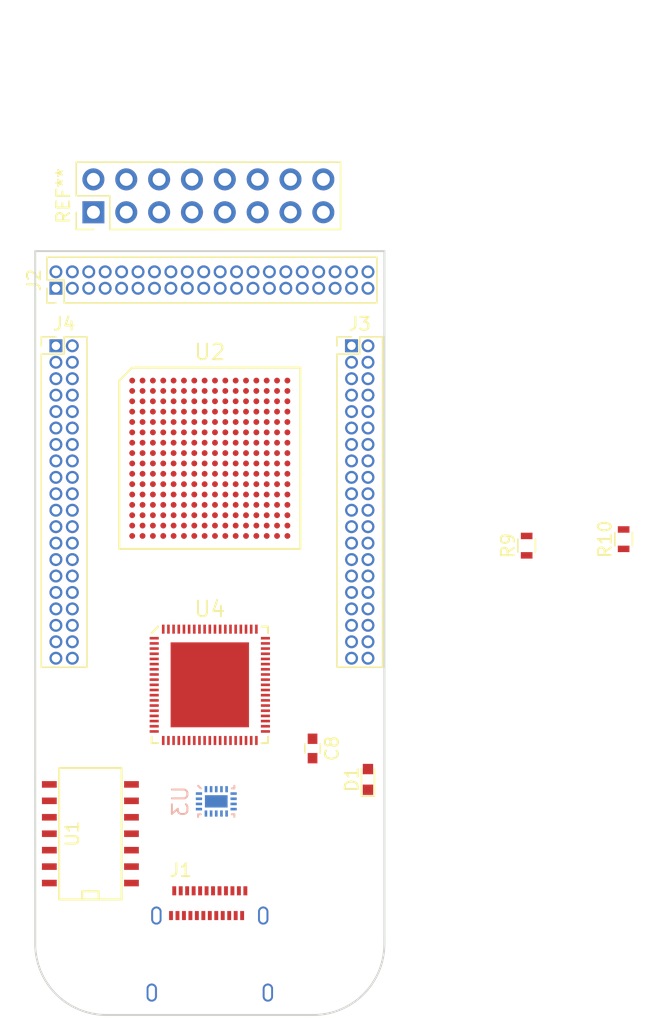
<source format=kicad_pcb>
(kicad_pcb (version 4) (host pcbnew 4.0.6)

  (general
    (links 0)
    (no_connects 133)
    (area 0 0 0 0)
    (thickness 1.6)
    (drawings 6)
    (tracks 0)
    (zones 0)
    (modules 13)
    (nets 387)
  )

  (page A4)
  (layers
    (0 F.Cu signal)
    (1 In1.Cu signal)
    (2 In2.Cu signal)
    (31 B.Cu signal)
    (32 B.Adhes user)
    (33 F.Adhes user)
    (34 B.Paste user)
    (35 F.Paste user)
    (36 B.SilkS user)
    (37 F.SilkS user)
    (38 B.Mask user)
    (39 F.Mask user)
    (40 Dwgs.User user)
    (41 Cmts.User user)
    (42 Eco1.User user)
    (43 Eco2.User user)
    (44 Edge.Cuts user)
    (45 Margin user)
    (46 B.CrtYd user)
    (47 F.CrtYd user)
    (48 B.Fab user)
    (49 F.Fab user)
  )

  (setup
    (last_trace_width 0.25)
    (trace_clearance 0.2)
    (zone_clearance 0.508)
    (zone_45_only no)
    (trace_min 0.2)
    (segment_width 0.2)
    (edge_width 0.15)
    (via_size 0.6)
    (via_drill 0.4)
    (via_min_size 0.4)
    (via_min_drill 0.3)
    (uvia_size 0.3)
    (uvia_drill 0.1)
    (uvias_allowed no)
    (uvia_min_size 0.2)
    (uvia_min_drill 0.1)
    (pcb_text_width 0.3)
    (pcb_text_size 1.5 1.5)
    (mod_edge_width 0.15)
    (mod_text_size 1 1)
    (mod_text_width 0.15)
    (pad_size 1.524 1.524)
    (pad_drill 0.762)
    (pad_to_mask_clearance 0.2)
    (aux_axis_origin 0 0)
    (visible_elements FFFFFF7F)
    (pcbplotparams
      (layerselection 0x00030_80000001)
      (usegerberextensions false)
      (excludeedgelayer true)
      (linewidth 0.100000)
      (plotframeref false)
      (viasonmask false)
      (mode 1)
      (useauxorigin false)
      (hpglpennumber 1)
      (hpglpenspeed 20)
      (hpglpendiameter 15)
      (hpglpenoverlay 2)
      (psnegative false)
      (psa4output false)
      (plotreference true)
      (plotvalue true)
      (plotinvisibletext false)
      (padsonsilk false)
      (subtractmaskfromsilk false)
      (outputformat 1)
      (mirror false)
      (drillshape 1)
      (scaleselection 1)
      (outputdirectory ""))
  )

  (net 0 "")
  (net 1 VD10)
  (net 2 Earth)
  (net 3 /USB_Connection/SS_TX2-)
  (net 4 /USB_Connection/SS_TX2+)
  (net 5 /USB_Connection/USB_V)
  (net 6 /USB_Connection/CC2)
  (net 7 /USB_Connection/USB_D+)
  (net 8 /USB_Connection/USB_D-)
  (net 9 "Net-(J1-PadB8)")
  (net 10 /USB_Connection/SS_RX1-)
  (net 11 /USB_Connection/SS_RX1+)
  (net 12 "Net-(J1-PadA8)")
  (net 13 /USB_Connection/SS_RX2-)
  (net 14 /USB_Connection/SS_RX2+)
  (net 15 /USB_Connection/CC1)
  (net 16 /USB_Connection/SS_TX1-)
  (net 17 /USB_Connection/SS_TX1+)
  (net 18 /USB_Connection/SS_TX-)
  (net 19 /USB_Connection/SS_TX+)
  (net 20 /USB_Connection/SS_RX-)
  (net 21 /USB_Connection/SS_RX+)
  (net 22 /USB_Connection/Switch)
  (net 23 "Net-(C4-Pad1)")
  (net 24 "Net-(C3-Pad1)")
  (net 25 "Net-(C1-Pad2)")
  (net 26 "Net-(C2-Pad2)")
  (net 27 3v3)
  (net 28 /USB_Connection/BE_0)
  (net 29 /USB_Connection/BE_1)
  (net 30 /USB_Connection/BE_2)
  (net 31 /USB_Connection/BE_3)
  (net 32 /Bottom_Interface/~TXE)
  (net 33 /Bottom_Interface/~RXF)
  (net 34 /Bottom_Interface/~WR)
  (net 35 /Bottom_Interface/~RD)
  (net 36 /Bottom_Interface/~OE)
  (net 37 /Bottom_Interface/~Wakeup)
  (net 38 "Net-(C7-Pad2)")
  (net 39 "Net-(C6-Pad1)")
  (net 40 "Net-(R8-Pad1)")
  (net 41 5v)
  (net 42 /Bottom_Interface/CLK)
  (net 43 "Net-(RN1-Pad7)")
  (net 44 "Net-(RN1-Pad5)")
  (net 45 /USB_Connection/CCV)
  (net 46 "Net-(R2-Pad2)")
  (net 47 "Net-(R4-Pad2)")
  (net 48 "Net-(U2-PadA1)")
  (net 49 "Net-(U2-PadB1)")
  (net 50 "Net-(U2-PadC1)")
  (net 51 "Net-(U2-PadD1)")
  (net 52 "Net-(U2-PadE1)")
  (net 53 "Net-(U2-PadF1)")
  (net 54 "Net-(U2-PadG1)")
  (net 55 "Net-(U2-PadH1)")
  (net 56 "Net-(U2-PadJ1)")
  (net 57 "Net-(U2-PadK1)")
  (net 58 "Net-(U2-PadL1)")
  (net 59 "Net-(U2-PadM1)")
  (net 60 "Net-(U2-PadP1)")
  (net 61 "Net-(U2-PadR1)")
  (net 62 /Bottom_Interface/BE_1)
  (net 63 "Net-(U2-PadA2)")
  (net 64 "Net-(U2-PadB2)")
  (net 65 "Net-(U2-PadC2)")
  (net 66 "Net-(U2-PadD2)")
  (net 67 "Net-(U2-PadE2)")
  (net 68 "Net-(U2-PadF2)")
  (net 69 "Net-(U2-PadG2)")
  (net 70 "Net-(U2-PadH2)")
  (net 71 "Net-(U2-PadJ2)")
  (net 72 "Net-(U2-PadA12)")
  (net 73 "Net-(U2-PadA14)")
  (net 74 "Net-(U2-PadM2)")
  (net 75 "Net-(U2-PadN2)")
  (net 76 "Net-(U2-PadP2)")
  (net 77 /Bottom_Interface/BE_3)
  (net 78 "Net-(U2-PadA13)")
  (net 79 "Net-(U2-PadB3)")
  (net 80 "Net-(U2-PadC3)")
  (net 81 "Net-(U2-PadD3)")
  (net 82 "Net-(U2-PadE3)")
  (net 83 "Net-(U2-PadF3)")
  (net 84 "Net-(U2-PadG3)")
  (net 85 "Net-(U2-PadH3)")
  (net 86 "Net-(U2-PadJ3)")
  (net 87 "Net-(U2-PadK3)")
  (net 88 "Net-(U2-PadL3)")
  (net 89 "Net-(U2-PadM3)")
  (net 90 "Net-(U2-PadN3)")
  (net 91 "Net-(U2-PadB4)")
  (net 92 "Net-(U2-PadC4)")
  (net 93 "Net-(U2-PadD4)")
  (net 94 "Net-(U2-PadE4)")
  (net 95 "Net-(U2-PadF4)")
  (net 96 "Net-(U2-PadG4)")
  (net 97 "Net-(U2-PadH4)")
  (net 98 "Net-(U2-PadJ4)")
  (net 99 "Net-(U2-PadK4)")
  (net 100 "Net-(U2-PadL4)")
  (net 101 "Net-(U2-PadM4)")
  (net 102 "Net-(U2-PadN4)")
  (net 103 /Bottom_Interface/BE_2)
  (net 104 "Net-(U2-PadA5)")
  (net 105 "Net-(U2-PadB5)")
  (net 106 "Net-(U2-PadC5)")
  (net 107 "Net-(U2-PadD5)")
  (net 108 "Net-(U2-PadE5)")
  (net 109 "Net-(U2-PadF5)")
  (net 110 "Net-(U2-PadG5)")
  (net 111 "Net-(U2-PadH5)")
  (net 112 "Net-(U2-PadJ5)")
  (net 113 "Net-(U2-PadK5)")
  (net 114 "Net-(U2-PadL5)")
  (net 115 "Net-(U2-PadM5)")
  (net 116 "Net-(U2-PadA6)")
  (net 117 "Net-(U2-PadB6)")
  (net 118 "Net-(U2-PadC6)")
  (net 119 "Net-(U2-PadD6)")
  (net 120 "Net-(U2-PadE6)")
  (net 121 "Net-(U2-PadH6)")
  (net 122 "Net-(U2-PadL6)")
  (net 123 "Net-(U2-PadM6)")
  (net 124 /Bottom_Interface/BE_0)
  (net 125 "Net-(U2-PadA7)")
  (net 126 "Net-(U2-PadB7)")
  (net 127 "Net-(U2-PadC7)")
  (net 128 "Net-(U2-PadD7)")
  (net 129 "Net-(U2-PadE7)")
  (net 130 "Net-(U2-PadF7)")
  (net 131 "Net-(U2-PadL7)")
  (net 132 "Net-(U2-PadB8)")
  (net 133 "Net-(U2-PadC8)")
  (net 134 "Net-(U2-PadD8)")
  (net 135 "Net-(U2-PadE8)")
  (net 136 "Net-(U2-PadL8)")
  (net 137 "Net-(U2-PadN8)")
  (net 138 "Net-(U2-PadA9)")
  (net 139 "Net-(U2-PadB9)")
  (net 140 "Net-(U2-PadC9)")
  (net 141 "Net-(U2-PadD9)")
  (net 142 "Net-(U2-PadE9)")
  (net 143 "Net-(U2-PadF9)")
  (net 144 "Net-(U2-PadA10)")
  (net 145 "Net-(U2-PadB10)")
  (net 146 "Net-(U2-PadC10)")
  (net 147 "Net-(U2-PadD10)")
  (net 148 "Net-(U2-PadE10)")
  (net 149 "Net-(U2-PadG10)")
  (net 150 "Net-(U2-PadC15)")
  (net 151 "Net-(U2-PadJ10)")
  (net 152 "Net-(U2-PadA11)")
  (net 153 "Net-(U2-PadB11)")
  (net 154 "Net-(U2-PadC11)")
  (net 155 "Net-(U2-PadD11)")
  (net 156 "Net-(U2-PadE11)")
  (net 157 "Net-(U2-PadF11)")
  (net 158 "Net-(U2-PadG11)")
  (net 159 "Net-(U2-PadH11)")
  (net 160 "Net-(U2-PadJ11)")
  (net 161 "Net-(U2-PadB12)")
  (net 162 "Net-(U2-PadC12)")
  (net 163 "Net-(U2-PadD12)")
  (net 164 "Net-(U2-PadE12)")
  (net 165 "Net-(U2-PadF12)")
  (net 166 "Net-(U2-PadG12)")
  (net 167 "Net-(U2-PadH12)")
  (net 168 "Net-(U2-PadJ12)")
  (net 169 "Net-(U2-PadK12)")
  (net 170 "Net-(U2-PadL12)")
  (net 171 "Net-(U2-PadB13)")
  (net 172 "Net-(U2-PadC13)")
  (net 173 "Net-(U2-PadD13)")
  (net 174 "Net-(U2-PadE13)")
  (net 175 "Net-(U2-PadF13)")
  (net 176 "Net-(U2-PadG13)")
  (net 177 "Net-(U2-PadH13)")
  (net 178 "Net-(U2-PadJ13)")
  (net 179 "Net-(U2-PadK13)")
  (net 180 "Net-(U2-PadL13)")
  (net 181 "Net-(U2-PadM13)")
  (net 182 "Net-(U2-PadB14)")
  (net 183 "Net-(U2-PadC14)")
  (net 184 "Net-(U2-PadD14)")
  (net 185 "Net-(U2-PadE14)")
  (net 186 "Net-(U2-PadF14)")
  (net 187 "Net-(U2-PadG14)")
  (net 188 "Net-(U2-PadH14)")
  (net 189 "Net-(U2-PadJ14)")
  (net 190 "Net-(U2-PadK14)")
  (net 191 "Net-(U2-PadL14)")
  (net 192 "Net-(U2-PadM14)")
  (net 193 "Net-(U2-PadN14)")
  (net 194 "Net-(U2-PadP14)")
  (net 195 "Net-(U2-PadR14)")
  (net 196 "Net-(U2-PadA15)")
  (net 197 "Net-(U2-PadB15)")
  (net 198 "Net-(U2-PadD15)")
  (net 199 "Net-(U2-PadF15)")
  (net 200 "Net-(U2-PadG15)")
  (net 201 "Net-(U2-PadJ15)")
  (net 202 "Net-(U2-PadK15)")
  (net 203 "Net-(U2-PadM15)")
  (net 204 "Net-(U2-PadP15)")
  (net 205 "Net-(U2-PadR15)")
  (net 206 "Net-(U2-PadA16)")
  (net 207 "Net-(U2-PadB16)")
  (net 208 "Net-(U2-PadC16)")
  (net 209 "Net-(U2-PadD16)")
  (net 210 "Net-(U2-PadE16)")
  (net 211 "Net-(U2-PadF16)")
  (net 212 "Net-(U2-PadG16)")
  (net 213 "Net-(U2-PadH16)")
  (net 214 "Net-(U2-PadJ16)")
  (net 215 "Net-(U2-PadK16)")
  (net 216 "Net-(U2-PadL16)")
  (net 217 "Net-(U2-PadM16)")
  (net 218 "Net-(U2-PadN16)")
  (net 219 "Net-(U2-PadP16)")
  (net 220 D31)
  (net 221 D26)
  (net 222 D28)
  (net 223 D25)
  (net 224 D23)
  (net 225 D30)
  (net 226 D29)
  (net 227 D19)
  (net 228 D21)
  (net 229 D27)
  (net 230 D24)
  (net 231 D20)
  (net 232 D22)
  (net 233 D16)
  (net 234 D18)
  (net 235 D15)
  (net 236 D17)
  (net 237 D13)
  (net 238 D11)
  (net 239 D12)
  (net 240 D14)
  (net 241 D10)
  (net 242 D3)
  (net 243 D6)
  (net 244 D9)
  (net 245 D1)
  (net 246 D4)
  (net 247 D5)
  (net 248 D7)
  (net 249 D8)
  (net 250 D0)
  (net 251 D2)
  (net 252 "Net-(D1-Pad2)")
  (net 253 "Net-(J2-Pad1)")
  (net 254 "Net-(J2-Pad2)")
  (net 255 "Net-(J2-Pad3)")
  (net 256 "Net-(J2-Pad4)")
  (net 257 "Net-(J2-Pad5)")
  (net 258 "Net-(J2-Pad6)")
  (net 259 "Net-(J2-Pad7)")
  (net 260 "Net-(J2-Pad8)")
  (net 261 "Net-(J2-Pad9)")
  (net 262 "Net-(J2-Pad10)")
  (net 263 "Net-(J2-Pad11)")
  (net 264 "Net-(J2-Pad12)")
  (net 265 "Net-(J2-Pad13)")
  (net 266 "Net-(J2-Pad14)")
  (net 267 "Net-(J2-Pad15)")
  (net 268 "Net-(J2-Pad16)")
  (net 269 "Net-(J2-Pad17)")
  (net 270 "Net-(J2-Pad18)")
  (net 271 "Net-(J2-Pad19)")
  (net 272 "Net-(J2-Pad20)")
  (net 273 "Net-(J2-Pad21)")
  (net 274 "Net-(J2-Pad22)")
  (net 275 "Net-(J2-Pad23)")
  (net 276 "Net-(J2-Pad24)")
  (net 277 "Net-(J2-Pad25)")
  (net 278 "Net-(J2-Pad26)")
  (net 279 "Net-(J2-Pad27)")
  (net 280 "Net-(J2-Pad28)")
  (net 281 "Net-(J2-Pad29)")
  (net 282 "Net-(J2-Pad30)")
  (net 283 "Net-(J2-Pad31)")
  (net 284 "Net-(J2-Pad32)")
  (net 285 "Net-(J2-Pad33)")
  (net 286 "Net-(J2-Pad34)")
  (net 287 "Net-(J2-Pad35)")
  (net 288 "Net-(J2-Pad36)")
  (net 289 "Net-(J2-Pad37)")
  (net 290 "Net-(J2-Pad38)")
  (net 291 "Net-(J2-Pad39)")
  (net 292 "Net-(J2-Pad40)")
  (net 293 "Net-(J3-Pad1)")
  (net 294 "Net-(J3-Pad2)")
  (net 295 "Net-(J3-Pad3)")
  (net 296 "Net-(J3-Pad4)")
  (net 297 "Net-(J3-Pad5)")
  (net 298 "Net-(J3-Pad6)")
  (net 299 "Net-(J3-Pad7)")
  (net 300 "Net-(J3-Pad8)")
  (net 301 "Net-(J3-Pad9)")
  (net 302 "Net-(J3-Pad10)")
  (net 303 "Net-(J3-Pad11)")
  (net 304 "Net-(J3-Pad12)")
  (net 305 "Net-(J3-Pad13)")
  (net 306 "Net-(J3-Pad14)")
  (net 307 "Net-(J3-Pad15)")
  (net 308 "Net-(J3-Pad16)")
  (net 309 "Net-(J3-Pad17)")
  (net 310 "Net-(J3-Pad18)")
  (net 311 "Net-(J3-Pad19)")
  (net 312 "Net-(J3-Pad20)")
  (net 313 "Net-(J3-Pad21)")
  (net 314 "Net-(J3-Pad22)")
  (net 315 "Net-(J3-Pad23)")
  (net 316 "Net-(J3-Pad24)")
  (net 317 "Net-(J3-Pad25)")
  (net 318 "Net-(J3-Pad26)")
  (net 319 "Net-(J3-Pad27)")
  (net 320 "Net-(J3-Pad28)")
  (net 321 "Net-(J3-Pad29)")
  (net 322 "Net-(J3-Pad30)")
  (net 323 "Net-(J3-Pad31)")
  (net 324 "Net-(J3-Pad32)")
  (net 325 "Net-(J3-Pad33)")
  (net 326 "Net-(J3-Pad34)")
  (net 327 "Net-(J3-Pad35)")
  (net 328 "Net-(J3-Pad36)")
  (net 329 "Net-(J3-Pad37)")
  (net 330 "Net-(J3-Pad38)")
  (net 331 "Net-(J3-Pad39)")
  (net 332 "Net-(J3-Pad40)")
  (net 333 "Net-(J4-Pad1)")
  (net 334 "Net-(J4-Pad2)")
  (net 335 "Net-(J4-Pad3)")
  (net 336 "Net-(J4-Pad4)")
  (net 337 "Net-(J4-Pad5)")
  (net 338 "Net-(J4-Pad6)")
  (net 339 "Net-(J4-Pad7)")
  (net 340 "Net-(J4-Pad8)")
  (net 341 "Net-(J4-Pad9)")
  (net 342 "Net-(J4-Pad10)")
  (net 343 "Net-(J4-Pad11)")
  (net 344 "Net-(J4-Pad12)")
  (net 345 "Net-(J4-Pad13)")
  (net 346 "Net-(J4-Pad14)")
  (net 347 "Net-(J4-Pad15)")
  (net 348 "Net-(J4-Pad16)")
  (net 349 "Net-(J4-Pad17)")
  (net 350 "Net-(J4-Pad18)")
  (net 351 "Net-(J4-Pad19)")
  (net 352 "Net-(J4-Pad20)")
  (net 353 "Net-(J4-Pad21)")
  (net 354 "Net-(J4-Pad22)")
  (net 355 "Net-(J4-Pad23)")
  (net 356 "Net-(J4-Pad24)")
  (net 357 "Net-(J4-Pad25)")
  (net 358 "Net-(J4-Pad26)")
  (net 359 "Net-(J4-Pad27)")
  (net 360 "Net-(J4-Pad28)")
  (net 361 "Net-(J4-Pad29)")
  (net 362 "Net-(J4-Pad30)")
  (net 363 "Net-(J4-Pad31)")
  (net 364 "Net-(J4-Pad32)")
  (net 365 "Net-(J4-Pad33)")
  (net 366 "Net-(J4-Pad34)")
  (net 367 "Net-(J4-Pad35)")
  (net 368 "Net-(J4-Pad36)")
  (net 369 "Net-(J4-Pad37)")
  (net 370 "Net-(J4-Pad38)")
  (net 371 "Net-(J4-Pad39)")
  (net 372 "Net-(J4-Pad40)")
  (net 373 /Bottom_Interface/~CRESET)
  (net 374 /USB_Connection/1.5A_DET)
  (net 375 /USB_Connection/3A_DET)
  (net 376 /Bottom_Interface/GBIN4)
  (net 377 /Bottom_Interface/CBSEL_0)
  (net 378 /MEM_SDI)
  (net 379 /MEM_SCK)
  (net 380 /MEM_SDO)
  (net 381 /MEM_SS)
  (net 382 /Bottom_Interface/CBSEL_1)
  (net 383 /USB_Connection/~SIWU)
  (net 384 /USB_Connection/~Reset)
  (net 385 /USB_Connection/GPIO0)
  (net 386 /USB_Connection/GPIO1)

  (net_class Default "This is the default net class."
    (clearance 0.2)
    (trace_width 0.25)
    (via_dia 0.6)
    (via_drill 0.4)
    (uvia_dia 0.3)
    (uvia_drill 0.1)
    (add_net /Bottom_Interface/BE_0)
    (add_net /Bottom_Interface/BE_1)
    (add_net /Bottom_Interface/BE_2)
    (add_net /Bottom_Interface/BE_3)
    (add_net /Bottom_Interface/CBSEL_0)
    (add_net /Bottom_Interface/CBSEL_1)
    (add_net /Bottom_Interface/CLK)
    (add_net /Bottom_Interface/GBIN4)
    (add_net /Bottom_Interface/~CRESET)
    (add_net /Bottom_Interface/~OE)
    (add_net /Bottom_Interface/~RD)
    (add_net /Bottom_Interface/~RXF)
    (add_net /Bottom_Interface/~TXE)
    (add_net /Bottom_Interface/~WR)
    (add_net /Bottom_Interface/~Wakeup)
    (add_net /MEM_SCK)
    (add_net /MEM_SDI)
    (add_net /MEM_SDO)
    (add_net /MEM_SS)
    (add_net /USB_Connection/1.5A_DET)
    (add_net /USB_Connection/3A_DET)
    (add_net /USB_Connection/BE_0)
    (add_net /USB_Connection/BE_1)
    (add_net /USB_Connection/BE_2)
    (add_net /USB_Connection/BE_3)
    (add_net /USB_Connection/CC1)
    (add_net /USB_Connection/CC2)
    (add_net /USB_Connection/CCV)
    (add_net /USB_Connection/GPIO0)
    (add_net /USB_Connection/GPIO1)
    (add_net /USB_Connection/SS_RX+)
    (add_net /USB_Connection/SS_RX-)
    (add_net /USB_Connection/SS_RX1+)
    (add_net /USB_Connection/SS_RX1-)
    (add_net /USB_Connection/SS_RX2+)
    (add_net /USB_Connection/SS_RX2-)
    (add_net /USB_Connection/SS_TX+)
    (add_net /USB_Connection/SS_TX-)
    (add_net /USB_Connection/SS_TX1+)
    (add_net /USB_Connection/SS_TX1-)
    (add_net /USB_Connection/SS_TX2+)
    (add_net /USB_Connection/SS_TX2-)
    (add_net /USB_Connection/Switch)
    (add_net /USB_Connection/USB_D+)
    (add_net /USB_Connection/USB_D-)
    (add_net /USB_Connection/USB_V)
    (add_net /USB_Connection/~Reset)
    (add_net /USB_Connection/~SIWU)
    (add_net 3v3)
    (add_net 5v)
    (add_net D0)
    (add_net D1)
    (add_net D10)
    (add_net D11)
    (add_net D12)
    (add_net D13)
    (add_net D14)
    (add_net D15)
    (add_net D16)
    (add_net D17)
    (add_net D18)
    (add_net D19)
    (add_net D2)
    (add_net D20)
    (add_net D21)
    (add_net D22)
    (add_net D23)
    (add_net D24)
    (add_net D25)
    (add_net D26)
    (add_net D27)
    (add_net D28)
    (add_net D29)
    (add_net D3)
    (add_net D30)
    (add_net D31)
    (add_net D4)
    (add_net D5)
    (add_net D6)
    (add_net D7)
    (add_net D8)
    (add_net D9)
    (add_net Earth)
    (add_net "Net-(C1-Pad2)")
    (add_net "Net-(C2-Pad2)")
    (add_net "Net-(C3-Pad1)")
    (add_net "Net-(C4-Pad1)")
    (add_net "Net-(C6-Pad1)")
    (add_net "Net-(C7-Pad2)")
    (add_net "Net-(D1-Pad2)")
    (add_net "Net-(J1-PadA8)")
    (add_net "Net-(J1-PadB8)")
    (add_net "Net-(J2-Pad1)")
    (add_net "Net-(J2-Pad10)")
    (add_net "Net-(J2-Pad11)")
    (add_net "Net-(J2-Pad12)")
    (add_net "Net-(J2-Pad13)")
    (add_net "Net-(J2-Pad14)")
    (add_net "Net-(J2-Pad15)")
    (add_net "Net-(J2-Pad16)")
    (add_net "Net-(J2-Pad17)")
    (add_net "Net-(J2-Pad18)")
    (add_net "Net-(J2-Pad19)")
    (add_net "Net-(J2-Pad2)")
    (add_net "Net-(J2-Pad20)")
    (add_net "Net-(J2-Pad21)")
    (add_net "Net-(J2-Pad22)")
    (add_net "Net-(J2-Pad23)")
    (add_net "Net-(J2-Pad24)")
    (add_net "Net-(J2-Pad25)")
    (add_net "Net-(J2-Pad26)")
    (add_net "Net-(J2-Pad27)")
    (add_net "Net-(J2-Pad28)")
    (add_net "Net-(J2-Pad29)")
    (add_net "Net-(J2-Pad3)")
    (add_net "Net-(J2-Pad30)")
    (add_net "Net-(J2-Pad31)")
    (add_net "Net-(J2-Pad32)")
    (add_net "Net-(J2-Pad33)")
    (add_net "Net-(J2-Pad34)")
    (add_net "Net-(J2-Pad35)")
    (add_net "Net-(J2-Pad36)")
    (add_net "Net-(J2-Pad37)")
    (add_net "Net-(J2-Pad38)")
    (add_net "Net-(J2-Pad39)")
    (add_net "Net-(J2-Pad4)")
    (add_net "Net-(J2-Pad40)")
    (add_net "Net-(J2-Pad5)")
    (add_net "Net-(J2-Pad6)")
    (add_net "Net-(J2-Pad7)")
    (add_net "Net-(J2-Pad8)")
    (add_net "Net-(J2-Pad9)")
    (add_net "Net-(J3-Pad1)")
    (add_net "Net-(J3-Pad10)")
    (add_net "Net-(J3-Pad11)")
    (add_net "Net-(J3-Pad12)")
    (add_net "Net-(J3-Pad13)")
    (add_net "Net-(J3-Pad14)")
    (add_net "Net-(J3-Pad15)")
    (add_net "Net-(J3-Pad16)")
    (add_net "Net-(J3-Pad17)")
    (add_net "Net-(J3-Pad18)")
    (add_net "Net-(J3-Pad19)")
    (add_net "Net-(J3-Pad2)")
    (add_net "Net-(J3-Pad20)")
    (add_net "Net-(J3-Pad21)")
    (add_net "Net-(J3-Pad22)")
    (add_net "Net-(J3-Pad23)")
    (add_net "Net-(J3-Pad24)")
    (add_net "Net-(J3-Pad25)")
    (add_net "Net-(J3-Pad26)")
    (add_net "Net-(J3-Pad27)")
    (add_net "Net-(J3-Pad28)")
    (add_net "Net-(J3-Pad29)")
    (add_net "Net-(J3-Pad3)")
    (add_net "Net-(J3-Pad30)")
    (add_net "Net-(J3-Pad31)")
    (add_net "Net-(J3-Pad32)")
    (add_net "Net-(J3-Pad33)")
    (add_net "Net-(J3-Pad34)")
    (add_net "Net-(J3-Pad35)")
    (add_net "Net-(J3-Pad36)")
    (add_net "Net-(J3-Pad37)")
    (add_net "Net-(J3-Pad38)")
    (add_net "Net-(J3-Pad39)")
    (add_net "Net-(J3-Pad4)")
    (add_net "Net-(J3-Pad40)")
    (add_net "Net-(J3-Pad5)")
    (add_net "Net-(J3-Pad6)")
    (add_net "Net-(J3-Pad7)")
    (add_net "Net-(J3-Pad8)")
    (add_net "Net-(J3-Pad9)")
    (add_net "Net-(J4-Pad1)")
    (add_net "Net-(J4-Pad10)")
    (add_net "Net-(J4-Pad11)")
    (add_net "Net-(J4-Pad12)")
    (add_net "Net-(J4-Pad13)")
    (add_net "Net-(J4-Pad14)")
    (add_net "Net-(J4-Pad15)")
    (add_net "Net-(J4-Pad16)")
    (add_net "Net-(J4-Pad17)")
    (add_net "Net-(J4-Pad18)")
    (add_net "Net-(J4-Pad19)")
    (add_net "Net-(J4-Pad2)")
    (add_net "Net-(J4-Pad20)")
    (add_net "Net-(J4-Pad21)")
    (add_net "Net-(J4-Pad22)")
    (add_net "Net-(J4-Pad23)")
    (add_net "Net-(J4-Pad24)")
    (add_net "Net-(J4-Pad25)")
    (add_net "Net-(J4-Pad26)")
    (add_net "Net-(J4-Pad27)")
    (add_net "Net-(J4-Pad28)")
    (add_net "Net-(J4-Pad29)")
    (add_net "Net-(J4-Pad3)")
    (add_net "Net-(J4-Pad30)")
    (add_net "Net-(J4-Pad31)")
    (add_net "Net-(J4-Pad32)")
    (add_net "Net-(J4-Pad33)")
    (add_net "Net-(J4-Pad34)")
    (add_net "Net-(J4-Pad35)")
    (add_net "Net-(J4-Pad36)")
    (add_net "Net-(J4-Pad37)")
    (add_net "Net-(J4-Pad38)")
    (add_net "Net-(J4-Pad39)")
    (add_net "Net-(J4-Pad4)")
    (add_net "Net-(J4-Pad40)")
    (add_net "Net-(J4-Pad5)")
    (add_net "Net-(J4-Pad6)")
    (add_net "Net-(J4-Pad7)")
    (add_net "Net-(J4-Pad8)")
    (add_net "Net-(J4-Pad9)")
    (add_net "Net-(R2-Pad2)")
    (add_net "Net-(R4-Pad2)")
    (add_net "Net-(R8-Pad1)")
    (add_net "Net-(RN1-Pad5)")
    (add_net "Net-(RN1-Pad7)")
    (add_net "Net-(U2-PadA1)")
    (add_net "Net-(U2-PadA10)")
    (add_net "Net-(U2-PadA11)")
    (add_net "Net-(U2-PadA12)")
    (add_net "Net-(U2-PadA13)")
    (add_net "Net-(U2-PadA14)")
    (add_net "Net-(U2-PadA15)")
    (add_net "Net-(U2-PadA16)")
    (add_net "Net-(U2-PadA2)")
    (add_net "Net-(U2-PadA5)")
    (add_net "Net-(U2-PadA6)")
    (add_net "Net-(U2-PadA7)")
    (add_net "Net-(U2-PadA9)")
    (add_net "Net-(U2-PadB1)")
    (add_net "Net-(U2-PadB10)")
    (add_net "Net-(U2-PadB11)")
    (add_net "Net-(U2-PadB12)")
    (add_net "Net-(U2-PadB13)")
    (add_net "Net-(U2-PadB14)")
    (add_net "Net-(U2-PadB15)")
    (add_net "Net-(U2-PadB16)")
    (add_net "Net-(U2-PadB2)")
    (add_net "Net-(U2-PadB3)")
    (add_net "Net-(U2-PadB4)")
    (add_net "Net-(U2-PadB5)")
    (add_net "Net-(U2-PadB6)")
    (add_net "Net-(U2-PadB7)")
    (add_net "Net-(U2-PadB8)")
    (add_net "Net-(U2-PadB9)")
    (add_net "Net-(U2-PadC1)")
    (add_net "Net-(U2-PadC10)")
    (add_net "Net-(U2-PadC11)")
    (add_net "Net-(U2-PadC12)")
    (add_net "Net-(U2-PadC13)")
    (add_net "Net-(U2-PadC14)")
    (add_net "Net-(U2-PadC15)")
    (add_net "Net-(U2-PadC16)")
    (add_net "Net-(U2-PadC2)")
    (add_net "Net-(U2-PadC3)")
    (add_net "Net-(U2-PadC4)")
    (add_net "Net-(U2-PadC5)")
    (add_net "Net-(U2-PadC6)")
    (add_net "Net-(U2-PadC7)")
    (add_net "Net-(U2-PadC8)")
    (add_net "Net-(U2-PadC9)")
    (add_net "Net-(U2-PadD1)")
    (add_net "Net-(U2-PadD10)")
    (add_net "Net-(U2-PadD11)")
    (add_net "Net-(U2-PadD12)")
    (add_net "Net-(U2-PadD13)")
    (add_net "Net-(U2-PadD14)")
    (add_net "Net-(U2-PadD15)")
    (add_net "Net-(U2-PadD16)")
    (add_net "Net-(U2-PadD2)")
    (add_net "Net-(U2-PadD3)")
    (add_net "Net-(U2-PadD4)")
    (add_net "Net-(U2-PadD5)")
    (add_net "Net-(U2-PadD6)")
    (add_net "Net-(U2-PadD7)")
    (add_net "Net-(U2-PadD8)")
    (add_net "Net-(U2-PadD9)")
    (add_net "Net-(U2-PadE1)")
    (add_net "Net-(U2-PadE10)")
    (add_net "Net-(U2-PadE11)")
    (add_net "Net-(U2-PadE12)")
    (add_net "Net-(U2-PadE13)")
    (add_net "Net-(U2-PadE14)")
    (add_net "Net-(U2-PadE16)")
    (add_net "Net-(U2-PadE2)")
    (add_net "Net-(U2-PadE3)")
    (add_net "Net-(U2-PadE4)")
    (add_net "Net-(U2-PadE5)")
    (add_net "Net-(U2-PadE6)")
    (add_net "Net-(U2-PadE7)")
    (add_net "Net-(U2-PadE8)")
    (add_net "Net-(U2-PadE9)")
    (add_net "Net-(U2-PadF1)")
    (add_net "Net-(U2-PadF11)")
    (add_net "Net-(U2-PadF12)")
    (add_net "Net-(U2-PadF13)")
    (add_net "Net-(U2-PadF14)")
    (add_net "Net-(U2-PadF15)")
    (add_net "Net-(U2-PadF16)")
    (add_net "Net-(U2-PadF2)")
    (add_net "Net-(U2-PadF3)")
    (add_net "Net-(U2-PadF4)")
    (add_net "Net-(U2-PadF5)")
    (add_net "Net-(U2-PadF7)")
    (add_net "Net-(U2-PadF9)")
    (add_net "Net-(U2-PadG1)")
    (add_net "Net-(U2-PadG10)")
    (add_net "Net-(U2-PadG11)")
    (add_net "Net-(U2-PadG12)")
    (add_net "Net-(U2-PadG13)")
    (add_net "Net-(U2-PadG14)")
    (add_net "Net-(U2-PadG15)")
    (add_net "Net-(U2-PadG16)")
    (add_net "Net-(U2-PadG2)")
    (add_net "Net-(U2-PadG3)")
    (add_net "Net-(U2-PadG4)")
    (add_net "Net-(U2-PadG5)")
    (add_net "Net-(U2-PadH1)")
    (add_net "Net-(U2-PadH11)")
    (add_net "Net-(U2-PadH12)")
    (add_net "Net-(U2-PadH13)")
    (add_net "Net-(U2-PadH14)")
    (add_net "Net-(U2-PadH16)")
    (add_net "Net-(U2-PadH2)")
    (add_net "Net-(U2-PadH3)")
    (add_net "Net-(U2-PadH4)")
    (add_net "Net-(U2-PadH5)")
    (add_net "Net-(U2-PadH6)")
    (add_net "Net-(U2-PadJ1)")
    (add_net "Net-(U2-PadJ10)")
    (add_net "Net-(U2-PadJ11)")
    (add_net "Net-(U2-PadJ12)")
    (add_net "Net-(U2-PadJ13)")
    (add_net "Net-(U2-PadJ14)")
    (add_net "Net-(U2-PadJ15)")
    (add_net "Net-(U2-PadJ16)")
    (add_net "Net-(U2-PadJ2)")
    (add_net "Net-(U2-PadJ3)")
    (add_net "Net-(U2-PadJ4)")
    (add_net "Net-(U2-PadJ5)")
    (add_net "Net-(U2-PadK1)")
    (add_net "Net-(U2-PadK12)")
    (add_net "Net-(U2-PadK13)")
    (add_net "Net-(U2-PadK14)")
    (add_net "Net-(U2-PadK15)")
    (add_net "Net-(U2-PadK16)")
    (add_net "Net-(U2-PadK3)")
    (add_net "Net-(U2-PadK4)")
    (add_net "Net-(U2-PadK5)")
    (add_net "Net-(U2-PadL1)")
    (add_net "Net-(U2-PadL12)")
    (add_net "Net-(U2-PadL13)")
    (add_net "Net-(U2-PadL14)")
    (add_net "Net-(U2-PadL16)")
    (add_net "Net-(U2-PadL3)")
    (add_net "Net-(U2-PadL4)")
    (add_net "Net-(U2-PadL5)")
    (add_net "Net-(U2-PadL6)")
    (add_net "Net-(U2-PadL7)")
    (add_net "Net-(U2-PadL8)")
    (add_net "Net-(U2-PadM1)")
    (add_net "Net-(U2-PadM13)")
    (add_net "Net-(U2-PadM14)")
    (add_net "Net-(U2-PadM15)")
    (add_net "Net-(U2-PadM16)")
    (add_net "Net-(U2-PadM2)")
    (add_net "Net-(U2-PadM3)")
    (add_net "Net-(U2-PadM4)")
    (add_net "Net-(U2-PadM5)")
    (add_net "Net-(U2-PadM6)")
    (add_net "Net-(U2-PadN14)")
    (add_net "Net-(U2-PadN16)")
    (add_net "Net-(U2-PadN2)")
    (add_net "Net-(U2-PadN3)")
    (add_net "Net-(U2-PadN4)")
    (add_net "Net-(U2-PadN8)")
    (add_net "Net-(U2-PadP1)")
    (add_net "Net-(U2-PadP14)")
    (add_net "Net-(U2-PadP15)")
    (add_net "Net-(U2-PadP16)")
    (add_net "Net-(U2-PadP2)")
    (add_net "Net-(U2-PadR1)")
    (add_net "Net-(U2-PadR14)")
    (add_net "Net-(U2-PadR15)")
    (add_net VD10)
  )

  (module Capacitors_SMD:C_0603 (layer F.Cu) (tedit 58AA844E) (tstamp 590F472E)
    (at 121.445 138.415 270)
    (descr "Capacitor SMD 0603, reflow soldering, AVX (see smccp.pdf)")
    (tags "capacitor 0603")
    (path /5900EC3E/590935CC)
    (attr smd)
    (fp_text reference C8 (at 0 -1.5 270) (layer F.SilkS)
      (effects (font (size 1 1) (thickness 0.15)))
    )
    (fp_text value 4.7uF (at 0 1.5 270) (layer F.Fab)
      (effects (font (size 1 1) (thickness 0.15)))
    )
    (fp_text user %R (at 0 -1.5 270) (layer F.Fab)
      (effects (font (size 1 1) (thickness 0.15)))
    )
    (fp_line (start -0.8 0.4) (end -0.8 -0.4) (layer F.Fab) (width 0.1))
    (fp_line (start 0.8 0.4) (end -0.8 0.4) (layer F.Fab) (width 0.1))
    (fp_line (start 0.8 -0.4) (end 0.8 0.4) (layer F.Fab) (width 0.1))
    (fp_line (start -0.8 -0.4) (end 0.8 -0.4) (layer F.Fab) (width 0.1))
    (fp_line (start -0.35 -0.6) (end 0.35 -0.6) (layer F.SilkS) (width 0.12))
    (fp_line (start 0.35 0.6) (end -0.35 0.6) (layer F.SilkS) (width 0.12))
    (fp_line (start -1.4 -0.65) (end 1.4 -0.65) (layer F.CrtYd) (width 0.05))
    (fp_line (start -1.4 -0.65) (end -1.4 0.65) (layer F.CrtYd) (width 0.05))
    (fp_line (start 1.4 0.65) (end 1.4 -0.65) (layer F.CrtYd) (width 0.05))
    (fp_line (start 1.4 0.65) (end -1.4 0.65) (layer F.CrtYd) (width 0.05))
    (pad 1 smd rect (at -0.75 0 270) (size 0.8 0.75) (layers F.Cu F.Paste F.Mask)
      (net 1 VD10))
    (pad 2 smd rect (at 0.75 0 270) (size 0.8 0.75) (layers F.Cu F.Paste F.Mask)
      (net 2 Earth))
    (model Capacitors_SMD.3dshapes/C_0603.wrl
      (at (xyz 0 0 0))
      (scale (xyz 1 1 1))
      (rotate (xyz 0 0 0))
    )
  )

  (module Homebrew:USB_TypeC_Right_Angle_SMD_THT_12401610E4#2A (layer F.Cu) (tedit 5900CB75) (tstamp 590F4756)
    (at 113.5 150.07)
    (path /5900EC3E/590111D1)
    (fp_text reference J1 (at -2.25 -2.25) (layer F.SilkS)
      (effects (font (size 1 1) (thickness 0.15)))
    )
    (fp_text value USB_TypeC_AMP_12401610E4#2A (at 0 0) (layer F.Fab)
      (effects (font (size 1 1) (thickness 0.15)))
    )
    (fp_arc (start -4.33 -0.65) (end -4.59 -0.64) (angle 92.20259816) (layer F.Fab) (width 0.1))
    (fp_line (start 4.59 -0.66) (end 4.59 9.59) (layer F.Fab) (width 0.1))
    (fp_line (start -4.33 -0.91) (end 4.34 -0.91) (layer F.Fab) (width 0.1))
    (fp_line (start -4.59 9.59) (end -4.59 -0.64) (layer F.Fab) (width 0.1))
    (fp_line (start -4.59 9.59) (end 4.59 9.59) (layer F.Fab) (width 0.1))
    (fp_arc (start 4.34 -0.66) (end 4.34 -0.91) (angle 90) (layer F.Fab) (width 0.1))
    (pad B1 smd rect (at 2.5 1.25) (size 0.3 0.7) (layers F.Cu F.Paste F.Mask)
      (net 2 Earth))
    (pad B2 smd rect (at 2 1.25) (size 0.3 0.7) (layers F.Cu F.Paste F.Mask)
      (net 3 /USB_Connection/SS_TX2-))
    (pad B3 smd rect (at 1.5 1.25) (size 0.3 0.7) (layers F.Cu F.Paste F.Mask)
      (net 4 /USB_Connection/SS_TX2+))
    (pad B4 smd rect (at 1 1.25) (size 0.3 0.7) (layers F.Cu F.Paste F.Mask)
      (net 5 /USB_Connection/USB_V))
    (pad B5 smd rect (at 0.5 1.25) (size 0.3 0.7) (layers F.Cu F.Paste F.Mask)
      (net 6 /USB_Connection/CC2))
    (pad B6 smd rect (at 0 1.25) (size 0.3 0.7) (layers F.Cu F.Paste F.Mask)
      (net 7 /USB_Connection/USB_D+))
    (pad B7 smd rect (at -0.5 1.25) (size 0.3 0.7) (layers F.Cu F.Paste F.Mask)
      (net 8 /USB_Connection/USB_D-))
    (pad B8 smd rect (at -1 1.25) (size 0.3 0.7) (layers F.Cu F.Paste F.Mask)
      (net 9 "Net-(J1-PadB8)"))
    (pad B9 smd rect (at -1.5 1.25) (size 0.3 0.7) (layers F.Cu F.Paste F.Mask)
      (net 5 /USB_Connection/USB_V))
    (pad B10 smd rect (at -2 1.25) (size 0.3 0.7) (layers F.Cu F.Paste F.Mask)
      (net 10 /USB_Connection/SS_RX1-))
    (pad B11 smd rect (at -2.5 1.25) (size 0.3 0.7) (layers F.Cu F.Paste F.Mask)
      (net 11 /USB_Connection/SS_RX1+))
    (pad B12 smd rect (at -3 1.25) (size 0.3 0.7) (layers F.Cu F.Paste F.Mask)
      (net 2 Earth))
    (pad A9 smd rect (at 1.25 -0.66 180) (size 0.3 0.7) (layers F.Cu F.Paste F.Mask)
      (net 5 /USB_Connection/USB_V))
    (pad A8 smd rect (at 0.75 -0.66 180) (size 0.3 0.7) (layers F.Cu F.Paste F.Mask)
      (net 12 "Net-(J1-PadA8)"))
    (pad A10 smd rect (at 1.75 -0.66 180) (size 0.3 0.7) (layers F.Cu F.Paste F.Mask)
      (net 13 /USB_Connection/SS_RX2-))
    (pad A11 smd rect (at 2.25 -0.66 180) (size 0.3 0.7) (layers F.Cu F.Paste F.Mask)
      (net 14 /USB_Connection/SS_RX2+))
    (pad A12 smd rect (at 2.75 -0.66 180) (size 0.3 0.7) (layers F.Cu F.Paste F.Mask)
      (net 2 Earth))
    (pad A7 smd rect (at 0.25 -0.66 180) (size 0.3 0.7) (layers F.Cu F.Paste F.Mask)
      (net 8 /USB_Connection/USB_D-))
    (pad A6 smd rect (at -0.25 -0.66 180) (size 0.3 0.7) (layers F.Cu F.Paste F.Mask)
      (net 7 /USB_Connection/USB_D+))
    (pad A5 smd rect (at -0.75 -0.66 180) (size 0.3 0.7) (layers F.Cu F.Paste F.Mask)
      (net 15 /USB_Connection/CC1))
    (pad A3 smd rect (at -1.75 -0.66 180) (size 0.3 0.7) (layers F.Cu F.Paste F.Mask)
      (net 16 /USB_Connection/SS_TX1-))
    (pad A4 smd rect (at -1.25 -0.66 180) (size 0.3 0.7) (layers F.Cu F.Paste F.Mask)
      (net 5 /USB_Connection/USB_V))
    (pad A2 smd rect (at -2.25 -0.66 180) (size 0.3 0.7) (layers F.Cu F.Paste F.Mask)
      (net 17 /USB_Connection/SS_TX1+))
    (pad A1 smd rect (at -2.75 -0.66 180) (size 0.3 0.7) (layers F.Cu F.Paste F.Mask)
      (net 2 Earth))
    (pad "" np_thru_hole circle (at -3.6 0 180) (size 0.65 0.65) (drill 0.65) (layers *.Cu *.Mask))
    (pad "" np_thru_hole oval (at 3.6 0 180) (size 0.95 0.65) (drill oval 0.95 0.65) (layers *.Cu *.Mask))
    (pad 0 thru_hole oval (at -4.13 1.25 180) (size 0.8 1.4) (drill oval 0.5 1.1) (layers *.Cu *.Mask)
      (net 2 Earth))
    (pad 0 thru_hole oval (at 4.13 1.25 180) (size 0.8 1.4) (drill oval 0.5 1.1) (layers *.Cu *.Mask)
      (net 2 Earth))
    (pad 0 thru_hole oval (at -4.49 7.2 180) (size 0.8 1.4) (drill oval 0.5 1.1) (layers *.Cu *.Mask)
      (net 2 Earth))
    (pad 0 thru_hole oval (at 4.49 7.2 180) (size 0.8 1.4) (drill oval 0.5 1.1) (layers *.Cu *.Mask)
      (net 2 Earth))
  )

  (module Homebrew:FUSB340_Custom (layer B.Cu) (tedit 59025DD5) (tstamp 590F4778)
    (at 114 142.5 270)
    (path /5900EC3E/590272CD)
    (fp_text reference U3 (at 0 2.78 270) (layer B.SilkS)
      (effects (font (size 1.2 1.2) (thickness 0.15)) (justify mirror))
    )
    (fp_text value FUSB340 (at 0 -2.78 270) (layer B.Fab)
      (effects (font (size 1.2 1.2) (thickness 0.15)) (justify mirror))
    )
    (fp_line (start -1 1.2) (end -1.2 1.4) (layer B.SilkS) (width 0.15))
    (fp_line (start 1.2 1.4) (end 1 1.4) (layer B.SilkS) (width 0.15))
    (fp_line (start 1 1.4) (end 1 1.2) (layer B.SilkS) (width 0.15))
    (fp_line (start -1.2 -1.4) (end -1 -1.4) (layer B.SilkS) (width 0.15))
    (fp_line (start -1 -1.4) (end -1 -1.2) (layer B.SilkS) (width 0.15))
    (fp_line (start 1.2 -1.4) (end 1 -1.4) (layer B.SilkS) (width 0.15))
    (fp_line (start 1 -1.4) (end 1 -1.2) (layer B.SilkS) (width 0.15))
    (fp_line (start -1.34 1.74) (end 1.34 1.74) (layer B.CrtYd) (width 0.15))
    (fp_line (start 1.34 1.74) (end 1.34 -1.74) (layer B.CrtYd) (width 0.15))
    (fp_line (start 1.34 -1.74) (end -1.34 -1.74) (layer B.CrtYd) (width 0.15))
    (fp_line (start -1.34 -1.74) (end -1.34 1.74) (layer B.CrtYd) (width 0.15))
    (pad 1 smd rect (at -0.94 0.8 180) (size 0.2 0.48) (layers B.Cu B.Paste B.Mask)
      (net 18 /USB_Connection/SS_TX-))
    (pad 2 smd rect (at -0.94 0.4 180) (size 0.2 0.48) (layers B.Cu B.Paste B.Mask)
      (net 19 /USB_Connection/SS_TX+))
    (pad 3 smd rect (at -0.94 0 180) (size 0.2 0.48) (layers B.Cu B.Paste B.Mask)
      (net 2 Earth))
    (pad 4 smd rect (at -0.94 -0.4 180) (size 0.2 0.48) (layers B.Cu B.Paste B.Mask)
      (net 20 /USB_Connection/SS_RX-))
    (pad 5 smd rect (at -0.94 -0.8 180) (size 0.2 0.48) (layers B.Cu B.Paste B.Mask)
      (net 21 /USB_Connection/SS_RX+))
    (pad 6 smd rect (at -0.6 -1.34 270) (size 0.2 0.48) (layers B.Cu B.Paste B.Mask)
      (net 22 /USB_Connection/Switch))
    (pad 7 smd rect (at -0.2 -1.34 270) (size 0.2 0.48) (layers B.Cu B.Paste B.Mask)
      (net 2 Earth))
    (pad 8 smd rect (at 0.2 -1.34 270) (size 0.2 0.48) (layers B.Cu B.Paste B.Mask)
      (net 14 /USB_Connection/SS_RX2+))
    (pad 9 smd rect (at 0.6 -1.34 270) (size 0.2 0.48) (layers B.Cu B.Paste B.Mask)
      (net 13 /USB_Connection/SS_RX2-))
    (pad 15 smd rect (at 0.6 1.34 270) (size 0.2 0.48) (layers B.Cu B.Paste B.Mask)
      (net 23 "Net-(C4-Pad1)"))
    (pad 10 smd rect (at 0.94 -0.8 180) (size 0.2 0.48) (layers B.Cu B.Paste B.Mask)
      (net 11 /USB_Connection/SS_RX1+))
    (pad 11 smd rect (at 0.94 -0.4 180) (size 0.2 0.48) (layers B.Cu B.Paste B.Mask)
      (net 10 /USB_Connection/SS_RX1-))
    (pad 12 smd rect (at 0.94 0 180) (size 0.2 0.48) (layers B.Cu B.Paste B.Mask)
      (net 2 Earth))
    (pad 13 smd rect (at 0.94 0.4 180) (size 0.2 0.48) (layers B.Cu B.Paste B.Mask)
      (net 24 "Net-(C3-Pad1)"))
    (pad 14 smd rect (at 0.94 0.8 180) (size 0.2 0.48) (layers B.Cu B.Paste B.Mask)
      (net 25 "Net-(C1-Pad2)"))
    (pad 16 smd rect (at 0.2 1.34 270) (size 0.2 0.48) (layers B.Cu B.Paste B.Mask)
      (net 26 "Net-(C2-Pad2)"))
    (pad 17 smd rect (at -0.2 1.34 270) (size 0.2 0.48) (layers B.Cu B.Paste B.Mask)
      (net 27 3v3))
    (pad 18 smd rect (at -0.6 1.34 270) (size 0.2 0.48) (layers B.Cu B.Paste B.Mask)
      (net 2 Earth))
    (pad PAD smd rect (at 0 0 270) (size 0.95 1.75) (layers B.Cu B.Paste B.Mask)
      (net 2 Earth))
  )

  (module Homebrew:QFN_76_PAD (layer F.Cu) (tedit 590F49A8) (tstamp 5911EF98)
    (at 113.5 133.5)
    (path /5900EC3E/590288D4)
    (fp_text reference U4 (at 0 -5.85) (layer F.SilkS)
      (effects (font (size 1.2 1.2) (thickness 0.15)))
    )
    (fp_text value FT601Q (at 0 5.85) (layer F.Fab)
      (effects (font (size 1.2 1.2) (thickness 0.15)))
    )
    (fp_line (start -4.5 -4) (end -4 -4.5) (layer F.SilkS) (width 0.15))
    (fp_line (start 4 -4.5) (end 4.5 -4.5) (layer F.SilkS) (width 0.15))
    (fp_line (start 4.5 -4.5) (end 4.5 -4) (layer F.SilkS) (width 0.15))
    (fp_line (start -4 4.5) (end -4.5 4.5) (layer F.SilkS) (width 0.15))
    (fp_line (start -4.5 4.5) (end -4.5 4) (layer F.SilkS) (width 0.15))
    (fp_line (start 4 4.5) (end 4.5 4.5) (layer F.SilkS) (width 0.15))
    (fp_line (start 4.5 4.5) (end 4.5 4) (layer F.SilkS) (width 0.15))
    (fp_line (start -4.85 -4.85) (end 4.85 -4.85) (layer F.CrtYd) (width 0.15))
    (fp_line (start 4.85 -4.85) (end 4.85 4.85) (layer F.CrtYd) (width 0.15))
    (fp_line (start 4.85 4.85) (end -4.85 4.85) (layer F.CrtYd) (width 0.15))
    (fp_line (start -4.85 4.85) (end -4.85 -4.85) (layer F.CrtYd) (width 0.15))
    (pad 1 smd rect (at -4.3 -3.6 90) (size 0.2 0.7) (layers F.Cu F.Paste F.Mask)
      (net 2 Earth))
    (pad 2 smd rect (at -4.3 -3.2 90) (size 0.2 0.7) (layers F.Cu F.Paste F.Mask)
      (net 1 VD10))
    (pad 3 smd rect (at -4.3 -2.8 90) (size 0.2 0.7) (layers F.Cu F.Paste F.Mask)
      (net 1 VD10))
    (pad 4 smd rect (at -4.3 -2.4 90) (size 0.2 0.7) (layers F.Cu F.Paste F.Mask)
      (net 28 /USB_Connection/BE_0))
    (pad 5 smd rect (at -4.3 -2 90) (size 0.2 0.7) (layers F.Cu F.Paste F.Mask)
      (net 29 /USB_Connection/BE_1))
    (pad 6 smd rect (at -4.3 -1.6 90) (size 0.2 0.7) (layers F.Cu F.Paste F.Mask)
      (net 30 /USB_Connection/BE_2))
    (pad 7 smd rect (at -4.3 -1.2 90) (size 0.2 0.7) (layers F.Cu F.Paste F.Mask)
      (net 31 /USB_Connection/BE_3))
    (pad 8 smd rect (at -4.3 -0.8 90) (size 0.2 0.7) (layers F.Cu F.Paste F.Mask)
      (net 32 /Bottom_Interface/~TXE))
    (pad 9 smd rect (at -4.3 -0.4 90) (size 0.2 0.7) (layers F.Cu F.Paste F.Mask)
      (net 33 /Bottom_Interface/~RXF))
    (pad 10 smd rect (at -4.3 0 90) (size 0.2 0.7) (layers F.Cu F.Paste F.Mask)
      (net 383 /USB_Connection/~SIWU))
    (pad 11 smd rect (at -4.3 0.4 90) (size 0.2 0.7) (layers F.Cu F.Paste F.Mask)
      (net 34 /Bottom_Interface/~WR))
    (pad 12 smd rect (at -4.3 0.8 90) (size 0.2 0.7) (layers F.Cu F.Paste F.Mask)
      (net 35 /Bottom_Interface/~RD))
    (pad 13 smd rect (at -4.3 1.2 90) (size 0.2 0.7) (layers F.Cu F.Paste F.Mask)
      (net 36 /Bottom_Interface/~OE))
    (pad 14 smd rect (at -4.3 1.6 90) (size 0.2 0.7) (layers F.Cu F.Paste F.Mask)
      (net 27 3v3))
    (pad 15 smd rect (at -4.3 2 90) (size 0.2 0.7) (layers F.Cu F.Paste F.Mask)
      (net 384 /USB_Connection/~Reset))
    (pad 16 smd rect (at -4.3 2.4 90) (size 0.2 0.7) (layers F.Cu F.Paste F.Mask)
      (net 37 /Bottom_Interface/~Wakeup))
    (pad 17 smd rect (at -4.3 2.8 90) (size 0.2 0.7) (layers F.Cu F.Paste F.Mask)
      (net 385 /USB_Connection/GPIO0))
    (pad 18 smd rect (at -4.3 3.2 90) (size 0.2 0.7) (layers F.Cu F.Paste F.Mask)
      (net 386 /USB_Connection/GPIO1))
    (pad 19 smd rect (at -4.3 3.6 90) (size 0.2 0.7) (layers F.Cu F.Paste F.Mask))
    (pad 20 smd rect (at -3.6 4.3) (size 0.2 0.7) (layers F.Cu F.Paste F.Mask)
      (net 27 3v3))
    (pad 21 smd rect (at -3.2 4.3) (size 0.2 0.7) (layers F.Cu F.Paste F.Mask)
      (net 38 "Net-(C7-Pad2)"))
    (pad 22 smd rect (at -2.8 4.3) (size 0.2 0.7) (layers F.Cu F.Paste F.Mask)
      (net 39 "Net-(C6-Pad1)"))
    (pad 23 smd rect (at -2.4 4.3) (size 0.2 0.7) (layers F.Cu F.Paste F.Mask)
      (net 7 /USB_Connection/USB_D+))
    (pad 24 smd rect (at -2 4.3) (size 0.2 0.7) (layers F.Cu F.Paste F.Mask)
      (net 27 3v3))
    (pad 25 smd rect (at -1.6 4.3) (size 0.2 0.7) (layers F.Cu F.Paste F.Mask)
      (net 8 /USB_Connection/USB_D-))
    (pad 26 smd rect (at -1.2 4.3) (size 0.2 0.7) (layers F.Cu F.Paste F.Mask)
      (net 2 Earth))
    (pad 27 smd rect (at -0.8 4.3) (size 0.2 0.7) (layers F.Cu F.Paste F.Mask)
      (net 40 "Net-(R8-Pad1)"))
    (pad 28 smd rect (at -0.4 4.3) (size 0.2 0.7) (layers F.Cu F.Paste F.Mask)
      (net 27 3v3))
    (pad 29 smd rect (at 0 4.3) (size 0.2 0.7) (layers F.Cu F.Paste F.Mask)
      (net 2 Earth))
    (pad 30 smd rect (at 0.4 4.3) (size 0.2 0.7) (layers F.Cu F.Paste F.Mask)
      (net 1 VD10))
    (pad 31 smd rect (at 0.8 4.3) (size 0.2 0.7) (layers F.Cu F.Paste F.Mask)
      (net 18 /USB_Connection/SS_TX-))
    (pad 32 smd rect (at 1.2 4.3) (size 0.2 0.7) (layers F.Cu F.Paste F.Mask)
      (net 19 /USB_Connection/SS_TX+))
    (pad 33 smd rect (at 1.6 4.3) (size 0.2 0.7) (layers F.Cu F.Paste F.Mask)
      (net 1 VD10))
    (pad 34 smd rect (at 2 4.3) (size 0.2 0.7) (layers F.Cu F.Paste F.Mask)
      (net 20 /USB_Connection/SS_RX-))
    (pad 35 smd rect (at 2.4 4.3) (size 0.2 0.7) (layers F.Cu F.Paste F.Mask)
      (net 21 /USB_Connection/SS_RX+))
    (pad 36 smd rect (at 2.8 4.3) (size 0.2 0.7) (layers F.Cu F.Paste F.Mask)
      (net 2 Earth))
    (pad 37 smd rect (at 3.2 4.3) (size 0.2 0.7) (layers F.Cu F.Paste F.Mask)
      (net 41 5v))
    (pad 38 smd rect (at 3.6 4.3) (size 0.2 0.7) (layers F.Cu F.Paste F.Mask)
      (net 27 3v3))
    (pad 39 smd rect (at 4.3 3.6 90) (size 0.2 0.7) (layers F.Cu F.Paste F.Mask)
      (net 1 VD10))
    (pad 40 smd rect (at 4.3 3.2 90) (size 0.2 0.7) (layers F.Cu F.Paste F.Mask)
      (net 250 D0))
    (pad 41 smd rect (at 4.3 2.8 90) (size 0.2 0.7) (layers F.Cu F.Paste F.Mask)
      (net 245 D1))
    (pad 42 smd rect (at 4.3 2.4 90) (size 0.2 0.7) (layers F.Cu F.Paste F.Mask)
      (net 251 D2))
    (pad 43 smd rect (at 4.3 2 90) (size 0.2 0.7) (layers F.Cu F.Paste F.Mask)
      (net 242 D3))
    (pad 44 smd rect (at 4.3 1.6 90) (size 0.2 0.7) (layers F.Cu F.Paste F.Mask)
      (net 246 D4))
    (pad 45 smd rect (at 4.3 1.2 90) (size 0.2 0.7) (layers F.Cu F.Paste F.Mask)
      (net 247 D5))
    (pad 46 smd rect (at 4.3 0.8 90) (size 0.2 0.7) (layers F.Cu F.Paste F.Mask)
      (net 243 D6))
    (pad 47 smd rect (at 4.3 0.4 90) (size 0.2 0.7) (layers F.Cu F.Paste F.Mask)
      (net 248 D7))
    (pad 48 smd rect (at 4.3 0 90) (size 0.2 0.7) (layers F.Cu F.Paste F.Mask)
      (net 1 VD10))
    (pad 49 smd rect (at 4.3 -0.4 90) (size 0.2 0.7) (layers F.Cu F.Paste F.Mask)
      (net 27 3v3))
    (pad 50 smd rect (at 4.3 -0.8 90) (size 0.2 0.7) (layers F.Cu F.Paste F.Mask)
      (net 249 D8))
    (pad 51 smd rect (at 4.3 -1.2 90) (size 0.2 0.7) (layers F.Cu F.Paste F.Mask)
      (net 244 D9))
    (pad 52 smd rect (at 4.3 -1.6 90) (size 0.2 0.7) (layers F.Cu F.Paste F.Mask)
      (net 241 D10))
    (pad 53 smd rect (at 4.3 -2 90) (size 0.2 0.7) (layers F.Cu F.Paste F.Mask)
      (net 238 D11))
    (pad 54 smd rect (at 4.3 -2.4 90) (size 0.2 0.7) (layers F.Cu F.Paste F.Mask)
      (net 239 D12))
    (pad 55 smd rect (at 4.3 -2.8 90) (size 0.2 0.7) (layers F.Cu F.Paste F.Mask)
      (net 237 D13))
    (pad 56 smd rect (at 4.3 -3.2 90) (size 0.2 0.7) (layers F.Cu F.Paste F.Mask)
      (net 240 D14))
    (pad 57 smd rect (at 4.3 -3.6 90) (size 0.2 0.7) (layers F.Cu F.Paste F.Mask)
      (net 235 D15))
    (pad 58 smd rect (at 3.6 -4.3) (size 0.2 0.7) (layers F.Cu F.Paste F.Mask)
      (net 42 /Bottom_Interface/CLK))
    (pad 59 smd rect (at 3.2 -4.3) (size 0.2 0.7) (layers F.Cu F.Paste F.Mask)
      (net 27 3v3))
    (pad 60 smd rect (at 2.8 -4.3) (size 0.2 0.7) (layers F.Cu F.Paste F.Mask)
      (net 233 D16))
    (pad 61 smd rect (at 2.4 -4.3) (size 0.2 0.7) (layers F.Cu F.Paste F.Mask)
      (net 236 D17))
    (pad 62 smd rect (at 2 -4.3) (size 0.2 0.7) (layers F.Cu F.Paste F.Mask)
      (net 234 D18))
    (pad 63 smd rect (at 1.6 -4.3) (size 0.2 0.7) (layers F.Cu F.Paste F.Mask)
      (net 227 D19))
    (pad 64 smd rect (at 1.2 -4.3) (size 0.2 0.7) (layers F.Cu F.Paste F.Mask)
      (net 231 D20))
    (pad 65 smd rect (at 0.8 -4.3) (size 0.2 0.7) (layers F.Cu F.Paste F.Mask)
      (net 228 D21))
    (pad 66 smd rect (at 0.4 -4.3) (size 0.2 0.7) (layers F.Cu F.Paste F.Mask)
      (net 232 D22))
    (pad 67 smd rect (at 0 -4.3) (size 0.2 0.7) (layers F.Cu F.Paste F.Mask)
      (net 224 D23))
    (pad 68 smd rect (at -0.4 -4.3) (size 0.2 0.7) (layers F.Cu F.Paste F.Mask)
      (net 27 3v3))
    (pad 69 smd rect (at -0.8 -4.3) (size 0.2 0.7) (layers F.Cu F.Paste F.Mask)
      (net 230 D24))
    (pad 70 smd rect (at -1.2 -4.3) (size 0.2 0.7) (layers F.Cu F.Paste F.Mask)
      (net 223 D25))
    (pad 71 smd rect (at -1.6 -4.3) (size 0.2 0.7) (layers F.Cu F.Paste F.Mask)
      (net 221 D26))
    (pad 72 smd rect (at -2 -4.3) (size 0.2 0.7) (layers F.Cu F.Paste F.Mask)
      (net 229 D27))
    (pad 73 smd rect (at -2.4 -4.3) (size 0.2 0.7) (layers F.Cu F.Paste F.Mask)
      (net 222 D28))
    (pad 74 smd rect (at -2.8 -4.3) (size 0.2 0.7) (layers F.Cu F.Paste F.Mask)
      (net 226 D29))
    (pad 75 smd rect (at -3.2 -4.3) (size 0.2 0.7) (layers F.Cu F.Paste F.Mask)
      (net 225 D30))
    (pad 76 smd rect (at -3.6 -4.3) (size 0.2 0.7) (layers F.Cu F.Paste F.Mask)
      (net 220 D31))
    (pad 77 smd rect (at 0 0) (size 6.06 6.56) (layers F.Cu F.Paste F.Mask)
      (net 2 Earth))
  )

  (module SMD_Packages:SOIC-14_N (layer F.Cu) (tedit 0) (tstamp 5919C9A9)
    (at 104.14 145 90)
    (descr "Module CMS SOJ 14 pins Large")
    (tags "CMS SOJ")
    (path /5900EC3E/5903CF5D)
    (attr smd)
    (fp_text reference U1 (at 0 -1.27 90) (layer F.SilkS)
      (effects (font (size 1 1) (thickness 0.15)))
    )
    (fp_text value LM324 (at 0 1.27 90) (layer F.Fab)
      (effects (font (size 1 1) (thickness 0.15)))
    )
    (fp_line (start 5.08 -2.286) (end 5.08 2.54) (layer F.SilkS) (width 0.15))
    (fp_line (start 5.08 2.54) (end -5.08 2.54) (layer F.SilkS) (width 0.15))
    (fp_line (start -5.08 2.54) (end -5.08 -2.286) (layer F.SilkS) (width 0.15))
    (fp_line (start -5.08 -2.286) (end 5.08 -2.286) (layer F.SilkS) (width 0.15))
    (fp_line (start -5.08 -0.508) (end -4.445 -0.508) (layer F.SilkS) (width 0.15))
    (fp_line (start -4.445 -0.508) (end -4.445 0.762) (layer F.SilkS) (width 0.15))
    (fp_line (start -4.445 0.762) (end -5.08 0.762) (layer F.SilkS) (width 0.15))
    (pad 1 smd rect (at -3.81 3.302 90) (size 0.508 1.143) (layers F.Cu F.Paste F.Mask)
      (net 22 /USB_Connection/Switch))
    (pad 2 smd rect (at -2.54 3.302 90) (size 0.508 1.143) (layers F.Cu F.Paste F.Mask)
      (net 15 /USB_Connection/CC1))
    (pad 3 smd rect (at -1.27 3.302 90) (size 0.508 1.143) (layers F.Cu F.Paste F.Mask)
      (net 6 /USB_Connection/CC2))
    (pad 4 smd rect (at 0 3.302 90) (size 0.508 1.143) (layers F.Cu F.Paste F.Mask)
      (net 27 3v3))
    (pad 5 smd rect (at 1.27 3.302 90) (size 0.508 1.143) (layers F.Cu F.Paste F.Mask)
      (net 43 "Net-(RN1-Pad7)"))
    (pad 6 smd rect (at 2.54 3.302 90) (size 0.508 1.143) (layers F.Cu F.Paste F.Mask)
      (net 44 "Net-(RN1-Pad5)"))
    (pad 7 smd rect (at 3.81 3.302 90) (size 0.508 1.143) (layers F.Cu F.Paste F.Mask)
      (net 45 /USB_Connection/CCV))
    (pad 8 smd rect (at 3.81 -3.048 90) (size 0.508 1.143) (layers F.Cu F.Paste F.Mask)
      (net 374 /USB_Connection/1.5A_DET))
    (pad 9 smd rect (at 2.54 -3.048 90) (size 0.508 1.143) (layers F.Cu F.Paste F.Mask)
      (net 46 "Net-(R2-Pad2)"))
    (pad 11 smd rect (at 0 -3.048 90) (size 0.508 1.143) (layers F.Cu F.Paste F.Mask)
      (net 2 Earth))
    (pad 12 smd rect (at -1.27 -3.048 90) (size 0.508 1.143) (layers F.Cu F.Paste F.Mask)
      (net 45 /USB_Connection/CCV))
    (pad 13 smd rect (at -2.54 -3.048 90) (size 0.508 1.143) (layers F.Cu F.Paste F.Mask)
      (net 47 "Net-(R4-Pad2)"))
    (pad 14 smd rect (at -3.81 -3.048 90) (size 0.508 1.143) (layers F.Cu F.Paste F.Mask)
      (net 375 /USB_Connection/3A_DET))
    (pad 10 smd rect (at 1.27 -3.048 90) (size 0.508 1.143) (layers F.Cu F.Paste F.Mask)
      (net 45 /USB_Connection/CCV))
    (model SMD_Packages.3dshapes/SOIC-14_N.wrl
      (at (xyz 0 0 0))
      (scale (xyz 0.5 0.4 0.5))
      (rotate (xyz 0 0 0))
    )
  )

  (module Homebrew:caBGA_256_.8p_14x14mm (layer F.Cu) (tedit 58F911E7) (tstamp 591C6B89)
    (at 113.5 116)
    (path /58FB0409)
    (fp_text reference U2 (at 0 -8.2) (layer F.SilkS)
      (effects (font (size 1.2 1.2) (thickness 0.15)))
    )
    (fp_text value iCE40-HX8K-CT256 (at 0 8.2) (layer F.Fab) hide
      (effects (font (size 1.2 1.2) (thickness 0.15)))
    )
    (fp_line (start -6 -7) (end -7 -6) (layer F.SilkS) (width 0.15))
    (fp_line (start -7 -6) (end -7 7) (layer F.SilkS) (width 0.15))
    (fp_line (start -7 7) (end 7 7) (layer F.SilkS) (width 0.15))
    (fp_line (start 7 7) (end 7 -7) (layer F.SilkS) (width 0.15))
    (fp_line (start 7 -7) (end -6 -7) (layer F.SilkS) (width 0.15))
    (fp_line (start -7.15 -7.15) (end 7.15 -7.15) (layer F.CrtYd) (width 0.15))
    (fp_line (start 7.15 -7.15) (end 7.15 7.15) (layer F.CrtYd) (width 0.15))
    (fp_line (start 7.15 7.15) (end -7.15 7.15) (layer F.CrtYd) (width 0.15))
    (fp_line (start -7.15 7.15) (end -7.15 -7.15) (layer F.CrtYd) (width 0.15))
    (pad A1 smd circle (at -6 -6) (size 0.45 0.45) (layers F.Cu F.Paste F.Mask)
      (net 48 "Net-(U2-PadA1)"))
    (pad B1 smd circle (at -6 -5.2) (size 0.45 0.45) (layers F.Cu F.Paste F.Mask)
      (net 49 "Net-(U2-PadB1)"))
    (pad C1 smd circle (at -6 -4.4) (size 0.45 0.45) (layers F.Cu F.Paste F.Mask)
      (net 50 "Net-(U2-PadC1)"))
    (pad D1 smd circle (at -6 -3.6) (size 0.45 0.45) (layers F.Cu F.Paste F.Mask)
      (net 51 "Net-(U2-PadD1)"))
    (pad E1 smd circle (at -6 -2.8) (size 0.45 0.45) (layers F.Cu F.Paste F.Mask)
      (net 52 "Net-(U2-PadE1)"))
    (pad F1 smd circle (at -6 -2) (size 0.45 0.45) (layers F.Cu F.Paste F.Mask)
      (net 53 "Net-(U2-PadF1)"))
    (pad G1 smd circle (at -6 -1.2) (size 0.45 0.45) (layers F.Cu F.Paste F.Mask)
      (net 54 "Net-(U2-PadG1)"))
    (pad H1 smd circle (at -6 -0.4) (size 0.45 0.45) (layers F.Cu F.Paste F.Mask)
      (net 55 "Net-(U2-PadH1)"))
    (pad J1 smd circle (at -6 0.4) (size 0.45 0.45) (layers F.Cu F.Paste F.Mask)
      (net 56 "Net-(U2-PadJ1)"))
    (pad K1 smd circle (at -6 1.2) (size 0.45 0.45) (layers F.Cu F.Paste F.Mask)
      (net 57 "Net-(U2-PadK1)"))
    (pad L1 smd circle (at -6 2) (size 0.45 0.45) (layers F.Cu F.Paste F.Mask)
      (net 58 "Net-(U2-PadL1)"))
    (pad M1 smd circle (at -6 2.8) (size 0.45 0.45) (layers F.Cu F.Paste F.Mask)
      (net 59 "Net-(U2-PadM1)"))
    (pad N1 smd circle (at -6 3.6) (size 0.45 0.45) (layers F.Cu F.Paste F.Mask)
      (net 52 "Net-(U2-PadE1)"))
    (pad P1 smd circle (at -6 4.4) (size 0.45 0.45) (layers F.Cu F.Paste F.Mask)
      (net 60 "Net-(U2-PadP1)"))
    (pad R1 smd circle (at -6 5.2) (size 0.45 0.45) (layers F.Cu F.Paste F.Mask)
      (net 61 "Net-(U2-PadR1)"))
    (pad T1 smd circle (at -6 6) (size 0.45 0.45) (layers F.Cu F.Paste F.Mask)
      (net 62 /Bottom_Interface/BE_1))
    (pad A2 smd circle (at -5.2 -6) (size 0.45 0.45) (layers F.Cu F.Paste F.Mask)
      (net 63 "Net-(U2-PadA2)"))
    (pad B2 smd circle (at -5.2 -5.2) (size 0.45 0.45) (layers F.Cu F.Paste F.Mask)
      (net 64 "Net-(U2-PadB2)"))
    (pad C2 smd circle (at -5.2 -4.4) (size 0.45 0.45) (layers F.Cu F.Paste F.Mask)
      (net 65 "Net-(U2-PadC2)"))
    (pad D2 smd circle (at -5.2 -3.6) (size 0.45 0.45) (layers F.Cu F.Paste F.Mask)
      (net 66 "Net-(U2-PadD2)"))
    (pad E2 smd circle (at -5.2 -2.8) (size 0.45 0.45) (layers F.Cu F.Paste F.Mask)
      (net 67 "Net-(U2-PadE2)"))
    (pad F2 smd circle (at -5.2 -2) (size 0.45 0.45) (layers F.Cu F.Paste F.Mask)
      (net 68 "Net-(U2-PadF2)"))
    (pad G2 smd circle (at -5.2 -1.2) (size 0.45 0.45) (layers F.Cu F.Paste F.Mask)
      (net 69 "Net-(U2-PadG2)"))
    (pad H2 smd circle (at -5.2 -0.4) (size 0.45 0.45) (layers F.Cu F.Paste F.Mask)
      (net 70 "Net-(U2-PadH2)"))
    (pad J2 smd circle (at -5.2 0.4) (size 0.45 0.45) (layers F.Cu F.Paste F.Mask)
      (net 71 "Net-(U2-PadJ2)"))
    (pad K2 smd circle (at -5.2 1.2) (size 0.45 0.45) (layers F.Cu F.Paste F.Mask)
      (net 72 "Net-(U2-PadA12)"))
    (pad L2 smd circle (at -5.2 2) (size 0.45 0.45) (layers F.Cu F.Paste F.Mask)
      (net 73 "Net-(U2-PadA14)"))
    (pad M2 smd circle (at -5.2 2.8) (size 0.45 0.45) (layers F.Cu F.Paste F.Mask)
      (net 74 "Net-(U2-PadM2)"))
    (pad N2 smd circle (at -5.2 3.6) (size 0.45 0.45) (layers F.Cu F.Paste F.Mask)
      (net 75 "Net-(U2-PadN2)"))
    (pad P2 smd circle (at -5.2 4.4) (size 0.45 0.45) (layers F.Cu F.Paste F.Mask)
      (net 76 "Net-(U2-PadP2)"))
    (pad R2 smd circle (at -5.2 5.2) (size 0.45 0.45) (layers F.Cu F.Paste F.Mask)
      (net 77 /Bottom_Interface/BE_3))
    (pad T2 smd circle (at -5.2 6) (size 0.45 0.45) (layers F.Cu F.Paste F.Mask)
      (net 33 /Bottom_Interface/~RXF))
    (pad A3 smd circle (at -4.4 -6) (size 0.45 0.45) (layers F.Cu F.Paste F.Mask)
      (net 78 "Net-(U2-PadA13)"))
    (pad B3 smd circle (at -4.4 -5.2) (size 0.45 0.45) (layers F.Cu F.Paste F.Mask)
      (net 79 "Net-(U2-PadB3)"))
    (pad C3 smd circle (at -4.4 -4.4) (size 0.45 0.45) (layers F.Cu F.Paste F.Mask)
      (net 80 "Net-(U2-PadC3)"))
    (pad D3 smd circle (at -4.4 -3.6) (size 0.45 0.45) (layers F.Cu F.Paste F.Mask)
      (net 81 "Net-(U2-PadD3)"))
    (pad E3 smd circle (at -4.4 -2.8) (size 0.45 0.45) (layers F.Cu F.Paste F.Mask)
      (net 82 "Net-(U2-PadE3)"))
    (pad F3 smd circle (at -4.4 -2) (size 0.45 0.45) (layers F.Cu F.Paste F.Mask)
      (net 83 "Net-(U2-PadF3)"))
    (pad G3 smd circle (at -4.4 -1.2) (size 0.45 0.45) (layers F.Cu F.Paste F.Mask)
      (net 84 "Net-(U2-PadG3)"))
    (pad H3 smd circle (at -4.4 -0.4) (size 0.45 0.45) (layers F.Cu F.Paste F.Mask)
      (net 85 "Net-(U2-PadH3)"))
    (pad J3 smd circle (at -4.4 0.4) (size 0.45 0.45) (layers F.Cu F.Paste F.Mask)
      (net 86 "Net-(U2-PadJ3)"))
    (pad K3 smd circle (at -4.4 1.2) (size 0.45 0.45) (layers F.Cu F.Paste F.Mask)
      (net 87 "Net-(U2-PadK3)"))
    (pad L3 smd circle (at -4.4 2) (size 0.45 0.45) (layers F.Cu F.Paste F.Mask)
      (net 88 "Net-(U2-PadL3)"))
    (pad M3 smd circle (at -4.4 2.8) (size 0.45 0.45) (layers F.Cu F.Paste F.Mask)
      (net 89 "Net-(U2-PadM3)"))
    (pad N3 smd circle (at -4.4 3.6) (size 0.45 0.45) (layers F.Cu F.Paste F.Mask)
      (net 90 "Net-(U2-PadN3)"))
    (pad P3 smd circle (at -4.4 4.4) (size 0.45 0.45) (layers F.Cu F.Paste F.Mask)
      (net 27 3v3))
    (pad R3 smd circle (at -4.4 5.2) (size 0.45 0.45) (layers F.Cu F.Paste F.Mask)
      (net 35 /Bottom_Interface/~RD))
    (pad T3 smd circle (at -4.4 6) (size 0.45 0.45) (layers F.Cu F.Paste F.Mask)
      (net 37 /Bottom_Interface/~Wakeup))
    (pad A4 smd circle (at -3.6 -6) (size 0.45 0.45) (layers F.Cu F.Paste F.Mask)
      (net 72 "Net-(U2-PadA12)"))
    (pad B4 smd circle (at -3.6 -5.2) (size 0.45 0.45) (layers F.Cu F.Paste F.Mask)
      (net 91 "Net-(U2-PadB4)"))
    (pad C4 smd circle (at -3.6 -4.4) (size 0.45 0.45) (layers F.Cu F.Paste F.Mask)
      (net 92 "Net-(U2-PadC4)"))
    (pad D4 smd circle (at -3.6 -3.6) (size 0.45 0.45) (layers F.Cu F.Paste F.Mask)
      (net 93 "Net-(U2-PadD4)"))
    (pad E4 smd circle (at -3.6 -2.8) (size 0.45 0.45) (layers F.Cu F.Paste F.Mask)
      (net 94 "Net-(U2-PadE4)"))
    (pad F4 smd circle (at -3.6 -2) (size 0.45 0.45) (layers F.Cu F.Paste F.Mask)
      (net 95 "Net-(U2-PadF4)"))
    (pad G4 smd circle (at -3.6 -1.2) (size 0.45 0.45) (layers F.Cu F.Paste F.Mask)
      (net 96 "Net-(U2-PadG4)"))
    (pad H4 smd circle (at -3.6 -0.4) (size 0.45 0.45) (layers F.Cu F.Paste F.Mask)
      (net 97 "Net-(U2-PadH4)"))
    (pad J4 smd circle (at -3.6 0.4) (size 0.45 0.45) (layers F.Cu F.Paste F.Mask)
      (net 98 "Net-(U2-PadJ4)"))
    (pad K4 smd circle (at -3.6 1.2) (size 0.45 0.45) (layers F.Cu F.Paste F.Mask)
      (net 99 "Net-(U2-PadK4)"))
    (pad L4 smd circle (at -3.6 2) (size 0.45 0.45) (layers F.Cu F.Paste F.Mask)
      (net 100 "Net-(U2-PadL4)"))
    (pad M4 smd circle (at -3.6 2.8) (size 0.45 0.45) (layers F.Cu F.Paste F.Mask)
      (net 101 "Net-(U2-PadM4)"))
    (pad N4 smd circle (at -3.6 3.6) (size 0.45 0.45) (layers F.Cu F.Paste F.Mask)
      (net 102 "Net-(U2-PadN4)"))
    (pad P4 smd circle (at -3.6 4.4) (size 0.45 0.45) (layers F.Cu F.Paste F.Mask)
      (net 103 /Bottom_Interface/BE_2))
    (pad R4 smd circle (at -3.6 5.2) (size 0.45 0.45) (layers F.Cu F.Paste F.Mask)
      (net 220 D31))
    (pad T4 smd circle (at -3.6 6) (size 0.45 0.45) (layers F.Cu F.Paste F.Mask)
      (net 72 "Net-(U2-PadA12)"))
    (pad A5 smd circle (at -2.8 -6) (size 0.45 0.45) (layers F.Cu F.Paste F.Mask)
      (net 104 "Net-(U2-PadA5)"))
    (pad B5 smd circle (at -2.8 -5.2) (size 0.45 0.45) (layers F.Cu F.Paste F.Mask)
      (net 105 "Net-(U2-PadB5)"))
    (pad C5 smd circle (at -2.8 -4.4) (size 0.45 0.45) (layers F.Cu F.Paste F.Mask)
      (net 106 "Net-(U2-PadC5)"))
    (pad D5 smd circle (at -2.8 -3.6) (size 0.45 0.45) (layers F.Cu F.Paste F.Mask)
      (net 107 "Net-(U2-PadD5)"))
    (pad E5 smd circle (at -2.8 -2.8) (size 0.45 0.45) (layers F.Cu F.Paste F.Mask)
      (net 108 "Net-(U2-PadE5)"))
    (pad F5 smd circle (at -2.8 -2) (size 0.45 0.45) (layers F.Cu F.Paste F.Mask)
      (net 109 "Net-(U2-PadF5)"))
    (pad G5 smd circle (at -2.8 -1.2) (size 0.45 0.45) (layers F.Cu F.Paste F.Mask)
      (net 110 "Net-(U2-PadG5)"))
    (pad H5 smd circle (at -2.8 -0.4) (size 0.45 0.45) (layers F.Cu F.Paste F.Mask)
      (net 111 "Net-(U2-PadH5)"))
    (pad J5 smd circle (at -2.8 0.4) (size 0.45 0.45) (layers F.Cu F.Paste F.Mask)
      (net 112 "Net-(U2-PadJ5)"))
    (pad K5 smd circle (at -2.8 1.2) (size 0.45 0.45) (layers F.Cu F.Paste F.Mask)
      (net 113 "Net-(U2-PadK5)"))
    (pad L5 smd circle (at -2.8 2) (size 0.45 0.45) (layers F.Cu F.Paste F.Mask)
      (net 114 "Net-(U2-PadL5)"))
    (pad M5 smd circle (at -2.8 2.8) (size 0.45 0.45) (layers F.Cu F.Paste F.Mask)
      (net 115 "Net-(U2-PadM5)"))
    (pad N5 smd circle (at -2.8 3.6) (size 0.45 0.45) (layers F.Cu F.Paste F.Mask)
      (net 32 /Bottom_Interface/~TXE))
    (pad P5 smd circle (at -2.8 4.4) (size 0.45 0.45) (layers F.Cu F.Paste F.Mask)
      (net 34 /Bottom_Interface/~WR))
    (pad R5 smd circle (at -2.8 5.2) (size 0.45 0.45) (layers F.Cu F.Paste F.Mask)
      (net 36 /Bottom_Interface/~OE))
    (pad T5 smd circle (at -2.8 6) (size 0.45 0.45) (layers F.Cu F.Paste F.Mask)
      (net 221 D26))
    (pad A6 smd circle (at -2 -6) (size 0.45 0.45) (layers F.Cu F.Paste F.Mask)
      (net 116 "Net-(U2-PadA6)"))
    (pad B6 smd circle (at -2 -5.2) (size 0.45 0.45) (layers F.Cu F.Paste F.Mask)
      (net 117 "Net-(U2-PadB6)"))
    (pad C6 smd circle (at -2 -4.4) (size 0.45 0.45) (layers F.Cu F.Paste F.Mask)
      (net 118 "Net-(U2-PadC6)"))
    (pad D6 smd circle (at -2 -3.6) (size 0.45 0.45) (layers F.Cu F.Paste F.Mask)
      (net 119 "Net-(U2-PadD6)"))
    (pad E6 smd circle (at -2 -2.8) (size 0.45 0.45) (layers F.Cu F.Paste F.Mask)
      (net 120 "Net-(U2-PadE6)"))
    (pad F6 smd circle (at -2 -2) (size 0.45 0.45) (layers F.Cu F.Paste F.Mask)
      (net 73 "Net-(U2-PadA14)"))
    (pad G6 smd circle (at -2 -1.2) (size 0.45 0.45) (layers F.Cu F.Paste F.Mask)
      (net 52 "Net-(U2-PadE1)"))
    (pad H6 smd circle (at -2 -0.4) (size 0.45 0.45) (layers F.Cu F.Paste F.Mask)
      (net 121 "Net-(U2-PadH6)"))
    (pad J6 smd circle (at -2 0.4) (size 0.45 0.45) (layers F.Cu F.Paste F.Mask)
      (net 52 "Net-(U2-PadE1)"))
    (pad K6 smd circle (at -2 1.2) (size 0.45 0.45) (layers F.Cu F.Paste F.Mask)
      (net 73 "Net-(U2-PadA14)"))
    (pad L6 smd circle (at -2 2) (size 0.45 0.45) (layers F.Cu F.Paste F.Mask)
      (net 122 "Net-(U2-PadL6)"))
    (pad M6 smd circle (at -2 2.8) (size 0.45 0.45) (layers F.Cu F.Paste F.Mask)
      (net 123 "Net-(U2-PadM6)"))
    (pad N6 smd circle (at -2 3.6) (size 0.45 0.45) (layers F.Cu F.Paste F.Mask)
      (net 124 /Bottom_Interface/BE_0))
    (pad P6 smd circle (at -2 4.4) (size 0.45 0.45) (layers F.Cu F.Paste F.Mask)
      (net 222 D28))
    (pad R6 smd circle (at -2 5.2) (size 0.45 0.45) (layers F.Cu F.Paste F.Mask)
      (net 223 D25))
    (pad T6 smd circle (at -2 6) (size 0.45 0.45) (layers F.Cu F.Paste F.Mask)
      (net 224 D23))
    (pad A7 smd circle (at -1.2 -6) (size 0.45 0.45) (layers F.Cu F.Paste F.Mask)
      (net 125 "Net-(U2-PadA7)"))
    (pad B7 smd circle (at -1.2 -5.2) (size 0.45 0.45) (layers F.Cu F.Paste F.Mask)
      (net 126 "Net-(U2-PadB7)"))
    (pad C7 smd circle (at -1.2 -4.4) (size 0.45 0.45) (layers F.Cu F.Paste F.Mask)
      (net 127 "Net-(U2-PadC7)"))
    (pad D7 smd circle (at -1.2 -3.6) (size 0.45 0.45) (layers F.Cu F.Paste F.Mask)
      (net 128 "Net-(U2-PadD7)"))
    (pad E7 smd circle (at -1.2 -2.8) (size 0.45 0.45) (layers F.Cu F.Paste F.Mask)
      (net 129 "Net-(U2-PadE7)"))
    (pad F7 smd circle (at -1.2 -2) (size 0.45 0.45) (layers F.Cu F.Paste F.Mask)
      (net 130 "Net-(U2-PadF7)"))
    (pad G7 smd circle (at -1.2 -1.2) (size 0.45 0.45) (layers F.Cu F.Paste F.Mask)
      (net 72 "Net-(U2-PadA12)"))
    (pad H7 smd circle (at -1.2 -0.4) (size 0.45 0.45) (layers F.Cu F.Paste F.Mask)
      (net 72 "Net-(U2-PadA12)"))
    (pad J7 smd circle (at -1.2 0.4) (size 0.45 0.45) (layers F.Cu F.Paste F.Mask)
      (net 72 "Net-(U2-PadA12)"))
    (pad K7 smd circle (at -1.2 1.2) (size 0.45 0.45) (layers F.Cu F.Paste F.Mask)
      (net 72 "Net-(U2-PadA12)"))
    (pad L7 smd circle (at -1.2 2) (size 0.45 0.45) (layers F.Cu F.Paste F.Mask)
      (net 131 "Net-(U2-PadL7)"))
    (pad M7 smd circle (at -1.2 2.8) (size 0.45 0.45) (layers F.Cu F.Paste F.Mask)
      (net 225 D30))
    (pad N7 smd circle (at -1.2 3.6) (size 0.45 0.45) (layers F.Cu F.Paste F.Mask)
      (net 226 D29))
    (pad P7 smd circle (at -1.2 4.4) (size 0.45 0.45) (layers F.Cu F.Paste F.Mask)
      (net 227 D19))
    (pad R7 smd circle (at -1.2 5.2) (size 0.45 0.45) (layers F.Cu F.Paste F.Mask)
      (net 72 "Net-(U2-PadA12)"))
    (pad T7 smd circle (at -1.2 6) (size 0.45 0.45) (layers F.Cu F.Paste F.Mask)
      (net 228 D21))
    (pad A8 smd circle (at -0.4 -6) (size 0.45 0.45) (layers F.Cu F.Paste F.Mask)
      (net 78 "Net-(U2-PadA13)"))
    (pad B8 smd circle (at -0.4 -5.2) (size 0.45 0.45) (layers F.Cu F.Paste F.Mask)
      (net 132 "Net-(U2-PadB8)"))
    (pad C8 smd circle (at -0.4 -4.4) (size 0.45 0.45) (layers F.Cu F.Paste F.Mask)
      (net 133 "Net-(U2-PadC8)"))
    (pad D8 smd circle (at -0.4 -3.6) (size 0.45 0.45) (layers F.Cu F.Paste F.Mask)
      (net 134 "Net-(U2-PadD8)"))
    (pad E8 smd circle (at -0.4 -2.8) (size 0.45 0.45) (layers F.Cu F.Paste F.Mask)
      (net 135 "Net-(U2-PadE8)"))
    (pad F8 smd circle (at -0.4 -2) (size 0.45 0.45) (layers F.Cu F.Paste F.Mask)
      (net 78 "Net-(U2-PadA13)"))
    (pad G8 smd circle (at -0.4 -1.2) (size 0.45 0.45) (layers F.Cu F.Paste F.Mask)
      (net 72 "Net-(U2-PadA12)"))
    (pad H8 smd circle (at -0.4 -0.4) (size 0.45 0.45) (layers F.Cu F.Paste F.Mask)
      (net 72 "Net-(U2-PadA12)"))
    (pad J8 smd circle (at -0.4 0.4) (size 0.45 0.45) (layers F.Cu F.Paste F.Mask)
      (net 72 "Net-(U2-PadA12)"))
    (pad K8 smd circle (at -0.4 1.2) (size 0.45 0.45) (layers F.Cu F.Paste F.Mask)
      (net 27 3v3))
    (pad L8 smd circle (at -0.4 2) (size 0.45 0.45) (layers F.Cu F.Paste F.Mask)
      (net 136 "Net-(U2-PadL8)"))
    (pad M8 smd circle (at -0.4 2.8) (size 0.45 0.45) (layers F.Cu F.Paste F.Mask)
      (net 229 D27))
    (pad N8 smd circle (at -0.4 3.6) (size 0.45 0.45) (layers F.Cu F.Paste F.Mask)
      (net 137 "Net-(U2-PadN8)"))
    (pad P8 smd circle (at -0.4 4.4) (size 0.45 0.45) (layers F.Cu F.Paste F.Mask)
      (net 230 D24))
    (pad R8 smd circle (at -0.4 5.2) (size 0.45 0.45) (layers F.Cu F.Paste F.Mask)
      (net 27 3v3))
    (pad T8 smd circle (at -0.4 6) (size 0.45 0.45) (layers F.Cu F.Paste F.Mask)
      (net 231 D20))
    (pad A9 smd circle (at 0.4 -6) (size 0.45 0.45) (layers F.Cu F.Paste F.Mask)
      (net 138 "Net-(U2-PadA9)"))
    (pad B9 smd circle (at 0.4 -5.2) (size 0.45 0.45) (layers F.Cu F.Paste F.Mask)
      (net 139 "Net-(U2-PadB9)"))
    (pad C9 smd circle (at 0.4 -4.4) (size 0.45 0.45) (layers F.Cu F.Paste F.Mask)
      (net 140 "Net-(U2-PadC9)"))
    (pad D9 smd circle (at 0.4 -3.6) (size 0.45 0.45) (layers F.Cu F.Paste F.Mask)
      (net 141 "Net-(U2-PadD9)"))
    (pad E9 smd circle (at 0.4 -2.8) (size 0.45 0.45) (layers F.Cu F.Paste F.Mask)
      (net 142 "Net-(U2-PadE9)"))
    (pad F9 smd circle (at 0.4 -2) (size 0.45 0.45) (layers F.Cu F.Paste F.Mask)
      (net 143 "Net-(U2-PadF9)"))
    (pad G9 smd circle (at 0.4 -1.2) (size 0.45 0.45) (layers F.Cu F.Paste F.Mask)
      (net 72 "Net-(U2-PadA12)"))
    (pad H9 smd circle (at 0.4 -0.4) (size 0.45 0.45) (layers F.Cu F.Paste F.Mask)
      (net 72 "Net-(U2-PadA12)"))
    (pad J9 smd circle (at 0.4 0.4) (size 0.45 0.45) (layers F.Cu F.Paste F.Mask)
      (net 72 "Net-(U2-PadA12)"))
    (pad K9 smd circle (at 0.4 1.2) (size 0.45 0.45) (layers F.Cu F.Paste F.Mask)
      (net 376 /Bottom_Interface/GBIN4))
    (pad L9 smd circle (at 0.4 2) (size 0.45 0.45) (layers F.Cu F.Paste F.Mask)
      (net 232 D22))
    (pad M9 smd circle (at 0.4 2.8) (size 0.45 0.45) (layers F.Cu F.Paste F.Mask)
      (net 233 D16))
    (pad N9 smd circle (at 0.4 3.6) (size 0.45 0.45) (layers F.Cu F.Paste F.Mask)
      (net 234 D18))
    (pad P9 smd circle (at 0.4 4.4) (size 0.45 0.45) (layers F.Cu F.Paste F.Mask)
      (net 235 D15))
    (pad R9 smd circle (at 0.4 5.2) (size 0.45 0.45) (layers F.Cu F.Paste F.Mask)
      (net 42 /Bottom_Interface/CLK))
    (pad T9 smd circle (at 0.4 6) (size 0.45 0.45) (layers F.Cu F.Paste F.Mask)
      (net 236 D17))
    (pad A10 smd circle (at 1.2 -6) (size 0.45 0.45) (layers F.Cu F.Paste F.Mask)
      (net 144 "Net-(U2-PadA10)"))
    (pad B10 smd circle (at 1.2 -5.2) (size 0.45 0.45) (layers F.Cu F.Paste F.Mask)
      (net 145 "Net-(U2-PadB10)"))
    (pad C10 smd circle (at 1.2 -4.4) (size 0.45 0.45) (layers F.Cu F.Paste F.Mask)
      (net 146 "Net-(U2-PadC10)"))
    (pad D10 smd circle (at 1.2 -3.6) (size 0.45 0.45) (layers F.Cu F.Paste F.Mask)
      (net 147 "Net-(U2-PadD10)"))
    (pad E10 smd circle (at 1.2 -2.8) (size 0.45 0.45) (layers F.Cu F.Paste F.Mask)
      (net 148 "Net-(U2-PadE10)"))
    (pad F10 smd circle (at 1.2 -2) (size 0.45 0.45) (layers F.Cu F.Paste F.Mask)
      (net 73 "Net-(U2-PadA14)"))
    (pad G10 smd circle (at 1.2 -1.2) (size 0.45 0.45) (layers F.Cu F.Paste F.Mask)
      (net 149 "Net-(U2-PadG10)"))
    (pad H10 smd circle (at 1.2 -0.4) (size 0.45 0.45) (layers F.Cu F.Paste F.Mask)
      (net 150 "Net-(U2-PadC15)"))
    (pad J10 smd circle (at 1.2 0.4) (size 0.45 0.45) (layers F.Cu F.Paste F.Mask)
      (net 151 "Net-(U2-PadJ10)"))
    (pad K10 smd circle (at 1.2 1.2) (size 0.45 0.45) (layers F.Cu F.Paste F.Mask)
      (net 73 "Net-(U2-PadA14)"))
    (pad L10 smd circle (at 1.2 2) (size 0.45 0.45) (layers F.Cu F.Paste F.Mask)
      (net 237 D13))
    (pad M10 smd circle (at 1.2 2.8) (size 0.45 0.45) (layers F.Cu F.Paste F.Mask)
      (net 252 "Net-(D1-Pad2)"))
    (pad N10 smd circle (at 1.2 3.6) (size 0.45 0.45) (layers F.Cu F.Paste F.Mask)
      (net 238 D11))
    (pad P10 smd circle (at 1.2 4.4) (size 0.45 0.45) (layers F.Cu F.Paste F.Mask)
      (net 239 D12))
    (pad R10 smd circle (at 1.2 5.2) (size 0.45 0.45) (layers F.Cu F.Paste F.Mask)
      (net 240 D14))
    (pad T10 smd circle (at 1.2 6) (size 0.45 0.45) (layers F.Cu F.Paste F.Mask)
      (net 241 D10))
    (pad A11 smd circle (at 2 -6) (size 0.45 0.45) (layers F.Cu F.Paste F.Mask)
      (net 152 "Net-(U2-PadA11)"))
    (pad B11 smd circle (at 2 -5.2) (size 0.45 0.45) (layers F.Cu F.Paste F.Mask)
      (net 153 "Net-(U2-PadB11)"))
    (pad C11 smd circle (at 2 -4.4) (size 0.45 0.45) (layers F.Cu F.Paste F.Mask)
      (net 154 "Net-(U2-PadC11)"))
    (pad D11 smd circle (at 2 -3.6) (size 0.45 0.45) (layers F.Cu F.Paste F.Mask)
      (net 155 "Net-(U2-PadD11)"))
    (pad E11 smd circle (at 2 -2.8) (size 0.45 0.45) (layers F.Cu F.Paste F.Mask)
      (net 156 "Net-(U2-PadE11)"))
    (pad F11 smd circle (at 2 -2) (size 0.45 0.45) (layers F.Cu F.Paste F.Mask)
      (net 157 "Net-(U2-PadF11)"))
    (pad G11 smd circle (at 2 -1.2) (size 0.45 0.45) (layers F.Cu F.Paste F.Mask)
      (net 158 "Net-(U2-PadG11)"))
    (pad H11 smd circle (at 2 -0.4) (size 0.45 0.45) (layers F.Cu F.Paste F.Mask)
      (net 159 "Net-(U2-PadH11)"))
    (pad J11 smd circle (at 2 0.4) (size 0.45 0.45) (layers F.Cu F.Paste F.Mask)
      (net 160 "Net-(U2-PadJ11)"))
    (pad K11 smd circle (at 2 1.2) (size 0.45 0.45) (layers F.Cu F.Paste F.Mask)
      (net 377 /Bottom_Interface/CBSEL_0))
    (pad L11 smd circle (at 2 2) (size 0.45 0.45) (layers F.Cu F.Paste F.Mask)
      (net 242 D3))
    (pad M11 smd circle (at 2 2.8) (size 0.45 0.45) (layers F.Cu F.Paste F.Mask)
      (net 243 D6))
    (pad N11 smd circle (at 2 3.6) (size 0.45 0.45) (layers F.Cu F.Paste F.Mask)
      (net 373 /Bottom_Interface/~CRESET))
    (pad P11 smd circle (at 2 4.4) (size 0.45 0.45) (layers F.Cu F.Paste F.Mask)
      (net 378 /MEM_SDI))
    (pad R11 smd circle (at 2 5.2) (size 0.45 0.45) (layers F.Cu F.Paste F.Mask)
      (net 379 /MEM_SCK))
    (pad T11 smd circle (at 2 6) (size 0.45 0.45) (layers F.Cu F.Paste F.Mask)
      (net 244 D9))
    (pad A12 smd circle (at 2.8 -6) (size 0.45 0.45) (layers F.Cu F.Paste F.Mask)
      (net 72 "Net-(U2-PadA12)"))
    (pad B12 smd circle (at 2.8 -5.2) (size 0.45 0.45) (layers F.Cu F.Paste F.Mask)
      (net 161 "Net-(U2-PadB12)"))
    (pad C12 smd circle (at 2.8 -4.4) (size 0.45 0.45) (layers F.Cu F.Paste F.Mask)
      (net 162 "Net-(U2-PadC12)"))
    (pad D12 smd circle (at 2.8 -3.6) (size 0.45 0.45) (layers F.Cu F.Paste F.Mask)
      (net 163 "Net-(U2-PadD12)"))
    (pad E12 smd circle (at 2.8 -2.8) (size 0.45 0.45) (layers F.Cu F.Paste F.Mask)
      (net 164 "Net-(U2-PadE12)"))
    (pad F12 smd circle (at 2.8 -2) (size 0.45 0.45) (layers F.Cu F.Paste F.Mask)
      (net 165 "Net-(U2-PadF12)"))
    (pad G12 smd circle (at 2.8 -1.2) (size 0.45 0.45) (layers F.Cu F.Paste F.Mask)
      (net 166 "Net-(U2-PadG12)"))
    (pad H12 smd circle (at 2.8 -0.4) (size 0.45 0.45) (layers F.Cu F.Paste F.Mask)
      (net 167 "Net-(U2-PadH12)"))
    (pad J12 smd circle (at 2.8 0.4) (size 0.45 0.45) (layers F.Cu F.Paste F.Mask)
      (net 168 "Net-(U2-PadJ12)"))
    (pad K12 smd circle (at 2.8 1.2) (size 0.45 0.45) (layers F.Cu F.Paste F.Mask)
      (net 169 "Net-(U2-PadK12)"))
    (pad L12 smd circle (at 2.8 2) (size 0.45 0.45) (layers F.Cu F.Paste F.Mask)
      (net 170 "Net-(U2-PadL12)"))
    (pad M12 smd circle (at 2.8 2.8) (size 0.45 0.45) (layers F.Cu F.Paste F.Mask)
      (net 245 D1))
    (pad N12 smd circle (at 2.8 3.6) (size 0.45 0.45) (layers F.Cu F.Paste F.Mask)
      (net 246 D4))
    (pad P12 smd circle (at 2.8 4.4) (size 0.45 0.45) (layers F.Cu F.Paste F.Mask)
      (net 380 /MEM_SDO))
    (pad R12 smd circle (at 2.8 5.2) (size 0.45 0.45) (layers F.Cu F.Paste F.Mask)
      (net 381 /MEM_SS))
    (pad T12 smd circle (at 2.8 6) (size 0.45 0.45) (layers F.Cu F.Paste F.Mask)
      (net 72 "Net-(U2-PadA12)"))
    (pad A13 smd circle (at 3.6 -6) (size 0.45 0.45) (layers F.Cu F.Paste F.Mask)
      (net 78 "Net-(U2-PadA13)"))
    (pad B13 smd circle (at 3.6 -5.2) (size 0.45 0.45) (layers F.Cu F.Paste F.Mask)
      (net 171 "Net-(U2-PadB13)"))
    (pad C13 smd circle (at 3.6 -4.4) (size 0.45 0.45) (layers F.Cu F.Paste F.Mask)
      (net 172 "Net-(U2-PadC13)"))
    (pad D13 smd circle (at 3.6 -3.6) (size 0.45 0.45) (layers F.Cu F.Paste F.Mask)
      (net 173 "Net-(U2-PadD13)"))
    (pad E13 smd circle (at 3.6 -2.8) (size 0.45 0.45) (layers F.Cu F.Paste F.Mask)
      (net 174 "Net-(U2-PadE13)"))
    (pad F13 smd circle (at 3.6 -2) (size 0.45 0.45) (layers F.Cu F.Paste F.Mask)
      (net 175 "Net-(U2-PadF13)"))
    (pad G13 smd circle (at 3.6 -1.2) (size 0.45 0.45) (layers F.Cu F.Paste F.Mask)
      (net 176 "Net-(U2-PadG13)"))
    (pad H13 smd circle (at 3.6 -0.4) (size 0.45 0.45) (layers F.Cu F.Paste F.Mask)
      (net 177 "Net-(U2-PadH13)"))
    (pad J13 smd circle (at 3.6 0.4) (size 0.45 0.45) (layers F.Cu F.Paste F.Mask)
      (net 178 "Net-(U2-PadJ13)"))
    (pad K13 smd circle (at 3.6 1.2) (size 0.45 0.45) (layers F.Cu F.Paste F.Mask)
      (net 179 "Net-(U2-PadK13)"))
    (pad L13 smd circle (at 3.6 2) (size 0.45 0.45) (layers F.Cu F.Paste F.Mask)
      (net 180 "Net-(U2-PadL13)"))
    (pad M13 smd circle (at 3.6 2.8) (size 0.45 0.45) (layers F.Cu F.Paste F.Mask)
      (net 181 "Net-(U2-PadM13)"))
    (pad N13 smd circle (at 3.6 3.6) (size 0.45 0.45) (layers F.Cu F.Paste F.Mask)
      (net 27 3v3))
    (pad P13 smd circle (at 3.6 4.4) (size 0.45 0.45) (layers F.Cu F.Paste F.Mask)
      (net 382 /Bottom_Interface/CBSEL_1))
    (pad R13 smd circle (at 3.6 5.2) (size 0.45 0.45) (layers F.Cu F.Paste F.Mask)
      (net 27 3v3))
    (pad T13 smd circle (at 3.6 6) (size 0.45 0.45) (layers F.Cu F.Paste F.Mask)
      (net 247 D5))
    (pad A14 smd circle (at 4.4 -6) (size 0.45 0.45) (layers F.Cu F.Paste F.Mask)
      (net 73 "Net-(U2-PadA14)"))
    (pad B14 smd circle (at 4.4 -5.2) (size 0.45 0.45) (layers F.Cu F.Paste F.Mask)
      (net 182 "Net-(U2-PadB14)"))
    (pad C14 smd circle (at 4.4 -4.4) (size 0.45 0.45) (layers F.Cu F.Paste F.Mask)
      (net 183 "Net-(U2-PadC14)"))
    (pad D14 smd circle (at 4.4 -3.6) (size 0.45 0.45) (layers F.Cu F.Paste F.Mask)
      (net 184 "Net-(U2-PadD14)"))
    (pad E14 smd circle (at 4.4 -2.8) (size 0.45 0.45) (layers F.Cu F.Paste F.Mask)
      (net 185 "Net-(U2-PadE14)"))
    (pad F14 smd circle (at 4.4 -2) (size 0.45 0.45) (layers F.Cu F.Paste F.Mask)
      (net 186 "Net-(U2-PadF14)"))
    (pad G14 smd circle (at 4.4 -1.2) (size 0.45 0.45) (layers F.Cu F.Paste F.Mask)
      (net 187 "Net-(U2-PadG14)"))
    (pad H14 smd circle (at 4.4 -0.4) (size 0.45 0.45) (layers F.Cu F.Paste F.Mask)
      (net 188 "Net-(U2-PadH14)"))
    (pad J14 smd circle (at 4.4 0.4) (size 0.45 0.45) (layers F.Cu F.Paste F.Mask)
      (net 189 "Net-(U2-PadJ14)"))
    (pad K14 smd circle (at 4.4 1.2) (size 0.45 0.45) (layers F.Cu F.Paste F.Mask)
      (net 190 "Net-(U2-PadK14)"))
    (pad L14 smd circle (at 4.4 2) (size 0.45 0.45) (layers F.Cu F.Paste F.Mask)
      (net 191 "Net-(U2-PadL14)"))
    (pad M14 smd circle (at 4.4 2.8) (size 0.45 0.45) (layers F.Cu F.Paste F.Mask)
      (net 192 "Net-(U2-PadM14)"))
    (pad N14 smd circle (at 4.4 3.6) (size 0.45 0.45) (layers F.Cu F.Paste F.Mask)
      (net 193 "Net-(U2-PadN14)"))
    (pad P14 smd circle (at 4.4 4.4) (size 0.45 0.45) (layers F.Cu F.Paste F.Mask)
      (net 194 "Net-(U2-PadP14)"))
    (pad R14 smd circle (at 4.4 5.2) (size 0.45 0.45) (layers F.Cu F.Paste F.Mask)
      (net 195 "Net-(U2-PadR14)"))
    (pad T14 smd circle (at 4.4 6) (size 0.45 0.45) (layers F.Cu F.Paste F.Mask)
      (net 248 D7))
    (pad A15 smd circle (at 5.2 -6) (size 0.45 0.45) (layers F.Cu F.Paste F.Mask)
      (net 196 "Net-(U2-PadA15)"))
    (pad B15 smd circle (at 5.2 -5.2) (size 0.45 0.45) (layers F.Cu F.Paste F.Mask)
      (net 197 "Net-(U2-PadB15)"))
    (pad C15 smd circle (at 5.2 -4.4) (size 0.45 0.45) (layers F.Cu F.Paste F.Mask)
      (net 150 "Net-(U2-PadC15)"))
    (pad D15 smd circle (at 5.2 -3.6) (size 0.45 0.45) (layers F.Cu F.Paste F.Mask)
      (net 198 "Net-(U2-PadD15)"))
    (pad E15 smd circle (at 5.2 -2.8) (size 0.45 0.45) (layers F.Cu F.Paste F.Mask)
      (net 72 "Net-(U2-PadA12)"))
    (pad F15 smd circle (at 5.2 -2) (size 0.45 0.45) (layers F.Cu F.Paste F.Mask)
      (net 199 "Net-(U2-PadF15)"))
    (pad G15 smd circle (at 5.2 -1.2) (size 0.45 0.45) (layers F.Cu F.Paste F.Mask)
      (net 200 "Net-(U2-PadG15)"))
    (pad H15 smd circle (at 5.2 -0.4) (size 0.45 0.45) (layers F.Cu F.Paste F.Mask)
      (net 150 "Net-(U2-PadC15)"))
    (pad J15 smd circle (at 5.2 0.4) (size 0.45 0.45) (layers F.Cu F.Paste F.Mask)
      (net 201 "Net-(U2-PadJ15)"))
    (pad K15 smd circle (at 5.2 1.2) (size 0.45 0.45) (layers F.Cu F.Paste F.Mask)
      (net 202 "Net-(U2-PadK15)"))
    (pad L15 smd circle (at 5.2 2) (size 0.45 0.45) (layers F.Cu F.Paste F.Mask)
      (net 72 "Net-(U2-PadA12)"))
    (pad M15 smd circle (at 5.2 2.8) (size 0.45 0.45) (layers F.Cu F.Paste F.Mask)
      (net 203 "Net-(U2-PadM15)"))
    (pad N15 smd circle (at 5.2 3.6) (size 0.45 0.45) (layers F.Cu F.Paste F.Mask)
      (net 150 "Net-(U2-PadC15)"))
    (pad P15 smd circle (at 5.2 4.4) (size 0.45 0.45) (layers F.Cu F.Paste F.Mask)
      (net 204 "Net-(U2-PadP15)"))
    (pad R15 smd circle (at 5.2 5.2) (size 0.45 0.45) (layers F.Cu F.Paste F.Mask)
      (net 205 "Net-(U2-PadR15)"))
    (pad T15 smd circle (at 5.2 6) (size 0.45 0.45) (layers F.Cu F.Paste F.Mask)
      (net 249 D8))
    (pad A16 smd circle (at 6 -6) (size 0.45 0.45) (layers F.Cu F.Paste F.Mask)
      (net 206 "Net-(U2-PadA16)"))
    (pad B16 smd circle (at 6 -5.2) (size 0.45 0.45) (layers F.Cu F.Paste F.Mask)
      (net 207 "Net-(U2-PadB16)"))
    (pad C16 smd circle (at 6 -4.4) (size 0.45 0.45) (layers F.Cu F.Paste F.Mask)
      (net 208 "Net-(U2-PadC16)"))
    (pad D16 smd circle (at 6 -3.6) (size 0.45 0.45) (layers F.Cu F.Paste F.Mask)
      (net 209 "Net-(U2-PadD16)"))
    (pad E16 smd circle (at 6 -2.8) (size 0.45 0.45) (layers F.Cu F.Paste F.Mask)
      (net 210 "Net-(U2-PadE16)"))
    (pad F16 smd circle (at 6 -2) (size 0.45 0.45) (layers F.Cu F.Paste F.Mask)
      (net 211 "Net-(U2-PadF16)"))
    (pad G16 smd circle (at 6 -1.2) (size 0.45 0.45) (layers F.Cu F.Paste F.Mask)
      (net 212 "Net-(U2-PadG16)"))
    (pad H16 smd circle (at 6 -0.4) (size 0.45 0.45) (layers F.Cu F.Paste F.Mask)
      (net 213 "Net-(U2-PadH16)"))
    (pad J16 smd circle (at 6 0.4) (size 0.45 0.45) (layers F.Cu F.Paste F.Mask)
      (net 214 "Net-(U2-PadJ16)"))
    (pad K16 smd circle (at 6 1.2) (size 0.45 0.45) (layers F.Cu F.Paste F.Mask)
      (net 215 "Net-(U2-PadK16)"))
    (pad L16 smd circle (at 6 2) (size 0.45 0.45) (layers F.Cu F.Paste F.Mask)
      (net 216 "Net-(U2-PadL16)"))
    (pad M16 smd circle (at 6 2.8) (size 0.45 0.45) (layers F.Cu F.Paste F.Mask)
      (net 217 "Net-(U2-PadM16)"))
    (pad N16 smd circle (at 6 3.6) (size 0.45 0.45) (layers F.Cu F.Paste F.Mask)
      (net 218 "Net-(U2-PadN16)"))
    (pad P16 smd circle (at 6 4.4) (size 0.45 0.45) (layers F.Cu F.Paste F.Mask)
      (net 219 "Net-(U2-PadP16)"))
    (pad R16 smd circle (at 6 5.2) (size 0.45 0.45) (layers F.Cu F.Paste F.Mask)
      (net 250 D0))
    (pad T16 smd circle (at 6 6) (size 0.45 0.45) (layers F.Cu F.Paste F.Mask)
      (net 251 D2))
  )

  (module LEDs:LED_0603 (layer F.Cu) (tedit 57FE93A5) (tstamp 591DBF32)
    (at 125.73 140.805 90)
    (descr "LED 0603 smd package")
    (tags "LED led 0603 SMD smd SMT smt smdled SMDLED smtled SMTLED")
    (path /59072317/5910BD7D)
    (attr smd)
    (fp_text reference D1 (at 0 -1.25 90) (layer F.SilkS)
      (effects (font (size 1 1) (thickness 0.15)))
    )
    (fp_text value LED_Small (at 0 1.35 90) (layer F.Fab)
      (effects (font (size 1 1) (thickness 0.15)))
    )
    (fp_line (start -1.3 -0.5) (end -1.3 0.5) (layer F.SilkS) (width 0.12))
    (fp_line (start -0.2 -0.2) (end -0.2 0.2) (layer F.Fab) (width 0.1))
    (fp_line (start -0.15 0) (end 0.15 -0.2) (layer F.Fab) (width 0.1))
    (fp_line (start 0.15 0.2) (end -0.15 0) (layer F.Fab) (width 0.1))
    (fp_line (start 0.15 -0.2) (end 0.15 0.2) (layer F.Fab) (width 0.1))
    (fp_line (start 0.8 0.4) (end -0.8 0.4) (layer F.Fab) (width 0.1))
    (fp_line (start 0.8 -0.4) (end 0.8 0.4) (layer F.Fab) (width 0.1))
    (fp_line (start -0.8 -0.4) (end 0.8 -0.4) (layer F.Fab) (width 0.1))
    (fp_line (start -0.8 0.4) (end -0.8 -0.4) (layer F.Fab) (width 0.1))
    (fp_line (start -1.3 0.5) (end 0.8 0.5) (layer F.SilkS) (width 0.12))
    (fp_line (start -1.3 -0.5) (end 0.8 -0.5) (layer F.SilkS) (width 0.12))
    (fp_line (start 1.45 -0.65) (end 1.45 0.65) (layer F.CrtYd) (width 0.05))
    (fp_line (start 1.45 0.65) (end -1.45 0.65) (layer F.CrtYd) (width 0.05))
    (fp_line (start -1.45 0.65) (end -1.45 -0.65) (layer F.CrtYd) (width 0.05))
    (fp_line (start -1.45 -0.65) (end 1.45 -0.65) (layer F.CrtYd) (width 0.05))
    (pad 2 smd rect (at 0.8 0 270) (size 0.8 0.8) (layers F.Cu F.Paste F.Mask)
      (net 252 "Net-(D1-Pad2)"))
    (pad 1 smd rect (at -0.8 0 270) (size 0.8 0.8) (layers F.Cu F.Paste F.Mask)
      (net 2 Earth))
    (model LEDs.3dshapes/LED_0603.wrl
      (at (xyz 0 0 0))
      (scale (xyz 1 1 1))
      (rotate (xyz 0 0 180))
    )
  )

  (module Pin_Headers:Pin_Header_Straight_2x20_Pitch1.27mm (layer F.Cu) (tedit 58CD4ED7) (tstamp 591DBF5E)
    (at 101.6 102.87 90)
    (descr "Through hole straight pin header, 2x20, 1.27mm pitch, double rows")
    (tags "Through hole pin header THT 2x20 1.27mm double row")
    (path /5911B74C)
    (fp_text reference J2 (at 0.635 -1.695 90) (layer F.SilkS)
      (effects (font (size 1 1) (thickness 0.15)))
    )
    (fp_text value CONN_02X20 (at 0.635 25.825 90) (layer F.Fab)
      (effects (font (size 1 1) (thickness 0.15)))
    )
    (fp_line (start -1.07 -0.635) (end -1.07 24.765) (layer F.Fab) (width 0.1))
    (fp_line (start -1.07 24.765) (end 2.34 24.765) (layer F.Fab) (width 0.1))
    (fp_line (start 2.34 24.765) (end 2.34 -0.635) (layer F.Fab) (width 0.1))
    (fp_line (start 2.34 -0.635) (end -1.07 -0.635) (layer F.Fab) (width 0.1))
    (fp_line (start -1.13 0.635) (end -1.13 24.825) (layer F.SilkS) (width 0.12))
    (fp_line (start -1.13 24.825) (end 2.4 24.825) (layer F.SilkS) (width 0.12))
    (fp_line (start 2.4 24.825) (end 2.4 -0.695) (layer F.SilkS) (width 0.12))
    (fp_line (start 2.4 -0.695) (end 0.635 -0.695) (layer F.SilkS) (width 0.12))
    (fp_line (start 0.635 -0.695) (end 0.635 0.635) (layer F.SilkS) (width 0.12))
    (fp_line (start 0.635 0.635) (end -1.13 0.635) (layer F.SilkS) (width 0.12))
    (fp_line (start -1.13 0) (end -1.13 -0.695) (layer F.SilkS) (width 0.12))
    (fp_line (start -1.13 -0.695) (end 0 -0.695) (layer F.SilkS) (width 0.12))
    (fp_line (start -1.6 -1.15) (end -1.6 25.3) (layer F.CrtYd) (width 0.05))
    (fp_line (start -1.6 25.3) (end 2.85 25.3) (layer F.CrtYd) (width 0.05))
    (fp_line (start 2.85 25.3) (end 2.85 -1.15) (layer F.CrtYd) (width 0.05))
    (fp_line (start 2.85 -1.15) (end -1.6 -1.15) (layer F.CrtYd) (width 0.05))
    (fp_text user %R (at 0.635 -1.695 90) (layer F.Fab)
      (effects (font (size 1 1) (thickness 0.15)))
    )
    (pad 1 thru_hole rect (at 0 0 90) (size 1 1) (drill 0.65) (layers *.Cu *.Mask)
      (net 253 "Net-(J2-Pad1)"))
    (pad 2 thru_hole oval (at 1.27 0 90) (size 1 1) (drill 0.65) (layers *.Cu *.Mask)
      (net 254 "Net-(J2-Pad2)"))
    (pad 3 thru_hole oval (at 0 1.27 90) (size 1 1) (drill 0.65) (layers *.Cu *.Mask)
      (net 255 "Net-(J2-Pad3)"))
    (pad 4 thru_hole oval (at 1.27 1.27 90) (size 1 1) (drill 0.65) (layers *.Cu *.Mask)
      (net 256 "Net-(J2-Pad4)"))
    (pad 5 thru_hole oval (at 0 2.54 90) (size 1 1) (drill 0.65) (layers *.Cu *.Mask)
      (net 257 "Net-(J2-Pad5)"))
    (pad 6 thru_hole oval (at 1.27 2.54 90) (size 1 1) (drill 0.65) (layers *.Cu *.Mask)
      (net 258 "Net-(J2-Pad6)"))
    (pad 7 thru_hole oval (at 0 3.81 90) (size 1 1) (drill 0.65) (layers *.Cu *.Mask)
      (net 259 "Net-(J2-Pad7)"))
    (pad 8 thru_hole oval (at 1.27 3.81 90) (size 1 1) (drill 0.65) (layers *.Cu *.Mask)
      (net 260 "Net-(J2-Pad8)"))
    (pad 9 thru_hole oval (at 0 5.08 90) (size 1 1) (drill 0.65) (layers *.Cu *.Mask)
      (net 261 "Net-(J2-Pad9)"))
    (pad 10 thru_hole oval (at 1.27 5.08 90) (size 1 1) (drill 0.65) (layers *.Cu *.Mask)
      (net 262 "Net-(J2-Pad10)"))
    (pad 11 thru_hole oval (at 0 6.35 90) (size 1 1) (drill 0.65) (layers *.Cu *.Mask)
      (net 263 "Net-(J2-Pad11)"))
    (pad 12 thru_hole oval (at 1.27 6.35 90) (size 1 1) (drill 0.65) (layers *.Cu *.Mask)
      (net 264 "Net-(J2-Pad12)"))
    (pad 13 thru_hole oval (at 0 7.62 90) (size 1 1) (drill 0.65) (layers *.Cu *.Mask)
      (net 265 "Net-(J2-Pad13)"))
    (pad 14 thru_hole oval (at 1.27 7.62 90) (size 1 1) (drill 0.65) (layers *.Cu *.Mask)
      (net 266 "Net-(J2-Pad14)"))
    (pad 15 thru_hole oval (at 0 8.89 90) (size 1 1) (drill 0.65) (layers *.Cu *.Mask)
      (net 267 "Net-(J2-Pad15)"))
    (pad 16 thru_hole oval (at 1.27 8.89 90) (size 1 1) (drill 0.65) (layers *.Cu *.Mask)
      (net 268 "Net-(J2-Pad16)"))
    (pad 17 thru_hole oval (at 0 10.16 90) (size 1 1) (drill 0.65) (layers *.Cu *.Mask)
      (net 269 "Net-(J2-Pad17)"))
    (pad 18 thru_hole oval (at 1.27 10.16 90) (size 1 1) (drill 0.65) (layers *.Cu *.Mask)
      (net 270 "Net-(J2-Pad18)"))
    (pad 19 thru_hole oval (at 0 11.43 90) (size 1 1) (drill 0.65) (layers *.Cu *.Mask)
      (net 271 "Net-(J2-Pad19)"))
    (pad 20 thru_hole oval (at 1.27 11.43 90) (size 1 1) (drill 0.65) (layers *.Cu *.Mask)
      (net 272 "Net-(J2-Pad20)"))
    (pad 21 thru_hole oval (at 0 12.7 90) (size 1 1) (drill 0.65) (layers *.Cu *.Mask)
      (net 273 "Net-(J2-Pad21)"))
    (pad 22 thru_hole oval (at 1.27 12.7 90) (size 1 1) (drill 0.65) (layers *.Cu *.Mask)
      (net 274 "Net-(J2-Pad22)"))
    (pad 23 thru_hole oval (at 0 13.97 90) (size 1 1) (drill 0.65) (layers *.Cu *.Mask)
      (net 275 "Net-(J2-Pad23)"))
    (pad 24 thru_hole oval (at 1.27 13.97 90) (size 1 1) (drill 0.65) (layers *.Cu *.Mask)
      (net 276 "Net-(J2-Pad24)"))
    (pad 25 thru_hole oval (at 0 15.24 90) (size 1 1) (drill 0.65) (layers *.Cu *.Mask)
      (net 277 "Net-(J2-Pad25)"))
    (pad 26 thru_hole oval (at 1.27 15.24 90) (size 1 1) (drill 0.65) (layers *.Cu *.Mask)
      (net 278 "Net-(J2-Pad26)"))
    (pad 27 thru_hole oval (at 0 16.51 90) (size 1 1) (drill 0.65) (layers *.Cu *.Mask)
      (net 279 "Net-(J2-Pad27)"))
    (pad 28 thru_hole oval (at 1.27 16.51 90) (size 1 1) (drill 0.65) (layers *.Cu *.Mask)
      (net 280 "Net-(J2-Pad28)"))
    (pad 29 thru_hole oval (at 0 17.78 90) (size 1 1) (drill 0.65) (layers *.Cu *.Mask)
      (net 281 "Net-(J2-Pad29)"))
    (pad 30 thru_hole oval (at 1.27 17.78 90) (size 1 1) (drill 0.65) (layers *.Cu *.Mask)
      (net 282 "Net-(J2-Pad30)"))
    (pad 31 thru_hole oval (at 0 19.05 90) (size 1 1) (drill 0.65) (layers *.Cu *.Mask)
      (net 283 "Net-(J2-Pad31)"))
    (pad 32 thru_hole oval (at 1.27 19.05 90) (size 1 1) (drill 0.65) (layers *.Cu *.Mask)
      (net 284 "Net-(J2-Pad32)"))
    (pad 33 thru_hole oval (at 0 20.32 90) (size 1 1) (drill 0.65) (layers *.Cu *.Mask)
      (net 285 "Net-(J2-Pad33)"))
    (pad 34 thru_hole oval (at 1.27 20.32 90) (size 1 1) (drill 0.65) (layers *.Cu *.Mask)
      (net 286 "Net-(J2-Pad34)"))
    (pad 35 thru_hole oval (at 0 21.59 90) (size 1 1) (drill 0.65) (layers *.Cu *.Mask)
      (net 287 "Net-(J2-Pad35)"))
    (pad 36 thru_hole oval (at 1.27 21.59 90) (size 1 1) (drill 0.65) (layers *.Cu *.Mask)
      (net 288 "Net-(J2-Pad36)"))
    (pad 37 thru_hole oval (at 0 22.86 90) (size 1 1) (drill 0.65) (layers *.Cu *.Mask)
      (net 289 "Net-(J2-Pad37)"))
    (pad 38 thru_hole oval (at 1.27 22.86 90) (size 1 1) (drill 0.65) (layers *.Cu *.Mask)
      (net 290 "Net-(J2-Pad38)"))
    (pad 39 thru_hole oval (at 0 24.13 90) (size 1 1) (drill 0.65) (layers *.Cu *.Mask)
      (net 291 "Net-(J2-Pad39)"))
    (pad 40 thru_hole oval (at 1.27 24.13 90) (size 1 1) (drill 0.65) (layers *.Cu *.Mask)
      (net 292 "Net-(J2-Pad40)"))
    (model ${KISYS3DMOD}/Pin_Headers.3dshapes/Pin_Header_Straight_2x20_Pitch1.27mm.wrl
      (at (xyz 0 0 0))
      (scale (xyz 1 1 1))
      (rotate (xyz 0 0 0))
    )
  )

  (module Pin_Headers:Pin_Header_Straight_2x20_Pitch1.27mm (layer F.Cu) (tedit 58CD4ED7) (tstamp 591DBF8A)
    (at 124.46 107.315)
    (descr "Through hole straight pin header, 2x20, 1.27mm pitch, double rows")
    (tags "Through hole pin header THT 2x20 1.27mm double row")
    (path /5911B8B0)
    (fp_text reference J3 (at 0.635 -1.695) (layer F.SilkS)
      (effects (font (size 1 1) (thickness 0.15)))
    )
    (fp_text value CONN_02X20 (at 0.635 25.825) (layer F.Fab)
      (effects (font (size 1 1) (thickness 0.15)))
    )
    (fp_line (start -1.07 -0.635) (end -1.07 24.765) (layer F.Fab) (width 0.1))
    (fp_line (start -1.07 24.765) (end 2.34 24.765) (layer F.Fab) (width 0.1))
    (fp_line (start 2.34 24.765) (end 2.34 -0.635) (layer F.Fab) (width 0.1))
    (fp_line (start 2.34 -0.635) (end -1.07 -0.635) (layer F.Fab) (width 0.1))
    (fp_line (start -1.13 0.635) (end -1.13 24.825) (layer F.SilkS) (width 0.12))
    (fp_line (start -1.13 24.825) (end 2.4 24.825) (layer F.SilkS) (width 0.12))
    (fp_line (start 2.4 24.825) (end 2.4 -0.695) (layer F.SilkS) (width 0.12))
    (fp_line (start 2.4 -0.695) (end 0.635 -0.695) (layer F.SilkS) (width 0.12))
    (fp_line (start 0.635 -0.695) (end 0.635 0.635) (layer F.SilkS) (width 0.12))
    (fp_line (start 0.635 0.635) (end -1.13 0.635) (layer F.SilkS) (width 0.12))
    (fp_line (start -1.13 0) (end -1.13 -0.695) (layer F.SilkS) (width 0.12))
    (fp_line (start -1.13 -0.695) (end 0 -0.695) (layer F.SilkS) (width 0.12))
    (fp_line (start -1.6 -1.15) (end -1.6 25.3) (layer F.CrtYd) (width 0.05))
    (fp_line (start -1.6 25.3) (end 2.85 25.3) (layer F.CrtYd) (width 0.05))
    (fp_line (start 2.85 25.3) (end 2.85 -1.15) (layer F.CrtYd) (width 0.05))
    (fp_line (start 2.85 -1.15) (end -1.6 -1.15) (layer F.CrtYd) (width 0.05))
    (fp_text user %R (at 0.635 -1.695) (layer F.Fab)
      (effects (font (size 1 1) (thickness 0.15)))
    )
    (pad 1 thru_hole rect (at 0 0) (size 1 1) (drill 0.65) (layers *.Cu *.Mask)
      (net 293 "Net-(J3-Pad1)"))
    (pad 2 thru_hole oval (at 1.27 0) (size 1 1) (drill 0.65) (layers *.Cu *.Mask)
      (net 294 "Net-(J3-Pad2)"))
    (pad 3 thru_hole oval (at 0 1.27) (size 1 1) (drill 0.65) (layers *.Cu *.Mask)
      (net 295 "Net-(J3-Pad3)"))
    (pad 4 thru_hole oval (at 1.27 1.27) (size 1 1) (drill 0.65) (layers *.Cu *.Mask)
      (net 296 "Net-(J3-Pad4)"))
    (pad 5 thru_hole oval (at 0 2.54) (size 1 1) (drill 0.65) (layers *.Cu *.Mask)
      (net 297 "Net-(J3-Pad5)"))
    (pad 6 thru_hole oval (at 1.27 2.54) (size 1 1) (drill 0.65) (layers *.Cu *.Mask)
      (net 298 "Net-(J3-Pad6)"))
    (pad 7 thru_hole oval (at 0 3.81) (size 1 1) (drill 0.65) (layers *.Cu *.Mask)
      (net 299 "Net-(J3-Pad7)"))
    (pad 8 thru_hole oval (at 1.27 3.81) (size 1 1) (drill 0.65) (layers *.Cu *.Mask)
      (net 300 "Net-(J3-Pad8)"))
    (pad 9 thru_hole oval (at 0 5.08) (size 1 1) (drill 0.65) (layers *.Cu *.Mask)
      (net 301 "Net-(J3-Pad9)"))
    (pad 10 thru_hole oval (at 1.27 5.08) (size 1 1) (drill 0.65) (layers *.Cu *.Mask)
      (net 302 "Net-(J3-Pad10)"))
    (pad 11 thru_hole oval (at 0 6.35) (size 1 1) (drill 0.65) (layers *.Cu *.Mask)
      (net 303 "Net-(J3-Pad11)"))
    (pad 12 thru_hole oval (at 1.27 6.35) (size 1 1) (drill 0.65) (layers *.Cu *.Mask)
      (net 304 "Net-(J3-Pad12)"))
    (pad 13 thru_hole oval (at 0 7.62) (size 1 1) (drill 0.65) (layers *.Cu *.Mask)
      (net 305 "Net-(J3-Pad13)"))
    (pad 14 thru_hole oval (at 1.27 7.62) (size 1 1) (drill 0.65) (layers *.Cu *.Mask)
      (net 306 "Net-(J3-Pad14)"))
    (pad 15 thru_hole oval (at 0 8.89) (size 1 1) (drill 0.65) (layers *.Cu *.Mask)
      (net 307 "Net-(J3-Pad15)"))
    (pad 16 thru_hole oval (at 1.27 8.89) (size 1 1) (drill 0.65) (layers *.Cu *.Mask)
      (net 308 "Net-(J3-Pad16)"))
    (pad 17 thru_hole oval (at 0 10.16) (size 1 1) (drill 0.65) (layers *.Cu *.Mask)
      (net 309 "Net-(J3-Pad17)"))
    (pad 18 thru_hole oval (at 1.27 10.16) (size 1 1) (drill 0.65) (layers *.Cu *.Mask)
      (net 310 "Net-(J3-Pad18)"))
    (pad 19 thru_hole oval (at 0 11.43) (size 1 1) (drill 0.65) (layers *.Cu *.Mask)
      (net 311 "Net-(J3-Pad19)"))
    (pad 20 thru_hole oval (at 1.27 11.43) (size 1 1) (drill 0.65) (layers *.Cu *.Mask)
      (net 312 "Net-(J3-Pad20)"))
    (pad 21 thru_hole oval (at 0 12.7) (size 1 1) (drill 0.65) (layers *.Cu *.Mask)
      (net 313 "Net-(J3-Pad21)"))
    (pad 22 thru_hole oval (at 1.27 12.7) (size 1 1) (drill 0.65) (layers *.Cu *.Mask)
      (net 314 "Net-(J3-Pad22)"))
    (pad 23 thru_hole oval (at 0 13.97) (size 1 1) (drill 0.65) (layers *.Cu *.Mask)
      (net 315 "Net-(J3-Pad23)"))
    (pad 24 thru_hole oval (at 1.27 13.97) (size 1 1) (drill 0.65) (layers *.Cu *.Mask)
      (net 316 "Net-(J3-Pad24)"))
    (pad 25 thru_hole oval (at 0 15.24) (size 1 1) (drill 0.65) (layers *.Cu *.Mask)
      (net 317 "Net-(J3-Pad25)"))
    (pad 26 thru_hole oval (at 1.27 15.24) (size 1 1) (drill 0.65) (layers *.Cu *.Mask)
      (net 318 "Net-(J3-Pad26)"))
    (pad 27 thru_hole oval (at 0 16.51) (size 1 1) (drill 0.65) (layers *.Cu *.Mask)
      (net 319 "Net-(J3-Pad27)"))
    (pad 28 thru_hole oval (at 1.27 16.51) (size 1 1) (drill 0.65) (layers *.Cu *.Mask)
      (net 320 "Net-(J3-Pad28)"))
    (pad 29 thru_hole oval (at 0 17.78) (size 1 1) (drill 0.65) (layers *.Cu *.Mask)
      (net 321 "Net-(J3-Pad29)"))
    (pad 30 thru_hole oval (at 1.27 17.78) (size 1 1) (drill 0.65) (layers *.Cu *.Mask)
      (net 322 "Net-(J3-Pad30)"))
    (pad 31 thru_hole oval (at 0 19.05) (size 1 1) (drill 0.65) (layers *.Cu *.Mask)
      (net 323 "Net-(J3-Pad31)"))
    (pad 32 thru_hole oval (at 1.27 19.05) (size 1 1) (drill 0.65) (layers *.Cu *.Mask)
      (net 324 "Net-(J3-Pad32)"))
    (pad 33 thru_hole oval (at 0 20.32) (size 1 1) (drill 0.65) (layers *.Cu *.Mask)
      (net 325 "Net-(J3-Pad33)"))
    (pad 34 thru_hole oval (at 1.27 20.32) (size 1 1) (drill 0.65) (layers *.Cu *.Mask)
      (net 326 "Net-(J3-Pad34)"))
    (pad 35 thru_hole oval (at 0 21.59) (size 1 1) (drill 0.65) (layers *.Cu *.Mask)
      (net 327 "Net-(J3-Pad35)"))
    (pad 36 thru_hole oval (at 1.27 21.59) (size 1 1) (drill 0.65) (layers *.Cu *.Mask)
      (net 328 "Net-(J3-Pad36)"))
    (pad 37 thru_hole oval (at 0 22.86) (size 1 1) (drill 0.65) (layers *.Cu *.Mask)
      (net 329 "Net-(J3-Pad37)"))
    (pad 38 thru_hole oval (at 1.27 22.86) (size 1 1) (drill 0.65) (layers *.Cu *.Mask)
      (net 330 "Net-(J3-Pad38)"))
    (pad 39 thru_hole oval (at 0 24.13) (size 1 1) (drill 0.65) (layers *.Cu *.Mask)
      (net 331 "Net-(J3-Pad39)"))
    (pad 40 thru_hole oval (at 1.27 24.13) (size 1 1) (drill 0.65) (layers *.Cu *.Mask)
      (net 332 "Net-(J3-Pad40)"))
    (model ${KISYS3DMOD}/Pin_Headers.3dshapes/Pin_Header_Straight_2x20_Pitch1.27mm.wrl
      (at (xyz 0 0 0))
      (scale (xyz 1 1 1))
      (rotate (xyz 0 0 0))
    )
  )

  (module Pin_Headers:Pin_Header_Straight_2x20_Pitch1.27mm (layer F.Cu) (tedit 58CD4ED7) (tstamp 591DBFB6)
    (at 101.6 107.315)
    (descr "Through hole straight pin header, 2x20, 1.27mm pitch, double rows")
    (tags "Through hole pin header THT 2x20 1.27mm double row")
    (path /5911BB24)
    (fp_text reference J4 (at 0.635 -1.695) (layer F.SilkS)
      (effects (font (size 1 1) (thickness 0.15)))
    )
    (fp_text value CONN_02X20 (at 0.635 25.825) (layer F.Fab)
      (effects (font (size 1 1) (thickness 0.15)))
    )
    (fp_line (start -1.07 -0.635) (end -1.07 24.765) (layer F.Fab) (width 0.1))
    (fp_line (start -1.07 24.765) (end 2.34 24.765) (layer F.Fab) (width 0.1))
    (fp_line (start 2.34 24.765) (end 2.34 -0.635) (layer F.Fab) (width 0.1))
    (fp_line (start 2.34 -0.635) (end -1.07 -0.635) (layer F.Fab) (width 0.1))
    (fp_line (start -1.13 0.635) (end -1.13 24.825) (layer F.SilkS) (width 0.12))
    (fp_line (start -1.13 24.825) (end 2.4 24.825) (layer F.SilkS) (width 0.12))
    (fp_line (start 2.4 24.825) (end 2.4 -0.695) (layer F.SilkS) (width 0.12))
    (fp_line (start 2.4 -0.695) (end 0.635 -0.695) (layer F.SilkS) (width 0.12))
    (fp_line (start 0.635 -0.695) (end 0.635 0.635) (layer F.SilkS) (width 0.12))
    (fp_line (start 0.635 0.635) (end -1.13 0.635) (layer F.SilkS) (width 0.12))
    (fp_line (start -1.13 0) (end -1.13 -0.695) (layer F.SilkS) (width 0.12))
    (fp_line (start -1.13 -0.695) (end 0 -0.695) (layer F.SilkS) (width 0.12))
    (fp_line (start -1.6 -1.15) (end -1.6 25.3) (layer F.CrtYd) (width 0.05))
    (fp_line (start -1.6 25.3) (end 2.85 25.3) (layer F.CrtYd) (width 0.05))
    (fp_line (start 2.85 25.3) (end 2.85 -1.15) (layer F.CrtYd) (width 0.05))
    (fp_line (start 2.85 -1.15) (end -1.6 -1.15) (layer F.CrtYd) (width 0.05))
    (fp_text user %R (at 0.635 -1.695) (layer F.Fab)
      (effects (font (size 1 1) (thickness 0.15)))
    )
    (pad 1 thru_hole rect (at 0 0) (size 1 1) (drill 0.65) (layers *.Cu *.Mask)
      (net 333 "Net-(J4-Pad1)"))
    (pad 2 thru_hole oval (at 1.27 0) (size 1 1) (drill 0.65) (layers *.Cu *.Mask)
      (net 334 "Net-(J4-Pad2)"))
    (pad 3 thru_hole oval (at 0 1.27) (size 1 1) (drill 0.65) (layers *.Cu *.Mask)
      (net 335 "Net-(J4-Pad3)"))
    (pad 4 thru_hole oval (at 1.27 1.27) (size 1 1) (drill 0.65) (layers *.Cu *.Mask)
      (net 336 "Net-(J4-Pad4)"))
    (pad 5 thru_hole oval (at 0 2.54) (size 1 1) (drill 0.65) (layers *.Cu *.Mask)
      (net 337 "Net-(J4-Pad5)"))
    (pad 6 thru_hole oval (at 1.27 2.54) (size 1 1) (drill 0.65) (layers *.Cu *.Mask)
      (net 338 "Net-(J4-Pad6)"))
    (pad 7 thru_hole oval (at 0 3.81) (size 1 1) (drill 0.65) (layers *.Cu *.Mask)
      (net 339 "Net-(J4-Pad7)"))
    (pad 8 thru_hole oval (at 1.27 3.81) (size 1 1) (drill 0.65) (layers *.Cu *.Mask)
      (net 340 "Net-(J4-Pad8)"))
    (pad 9 thru_hole oval (at 0 5.08) (size 1 1) (drill 0.65) (layers *.Cu *.Mask)
      (net 341 "Net-(J4-Pad9)"))
    (pad 10 thru_hole oval (at 1.27 5.08) (size 1 1) (drill 0.65) (layers *.Cu *.Mask)
      (net 342 "Net-(J4-Pad10)"))
    (pad 11 thru_hole oval (at 0 6.35) (size 1 1) (drill 0.65) (layers *.Cu *.Mask)
      (net 343 "Net-(J4-Pad11)"))
    (pad 12 thru_hole oval (at 1.27 6.35) (size 1 1) (drill 0.65) (layers *.Cu *.Mask)
      (net 344 "Net-(J4-Pad12)"))
    (pad 13 thru_hole oval (at 0 7.62) (size 1 1) (drill 0.65) (layers *.Cu *.Mask)
      (net 345 "Net-(J4-Pad13)"))
    (pad 14 thru_hole oval (at 1.27 7.62) (size 1 1) (drill 0.65) (layers *.Cu *.Mask)
      (net 346 "Net-(J4-Pad14)"))
    (pad 15 thru_hole oval (at 0 8.89) (size 1 1) (drill 0.65) (layers *.Cu *.Mask)
      (net 347 "Net-(J4-Pad15)"))
    (pad 16 thru_hole oval (at 1.27 8.89) (size 1 1) (drill 0.65) (layers *.Cu *.Mask)
      (net 348 "Net-(J4-Pad16)"))
    (pad 17 thru_hole oval (at 0 10.16) (size 1 1) (drill 0.65) (layers *.Cu *.Mask)
      (net 349 "Net-(J4-Pad17)"))
    (pad 18 thru_hole oval (at 1.27 10.16) (size 1 1) (drill 0.65) (layers *.Cu *.Mask)
      (net 350 "Net-(J4-Pad18)"))
    (pad 19 thru_hole oval (at 0 11.43) (size 1 1) (drill 0.65) (layers *.Cu *.Mask)
      (net 351 "Net-(J4-Pad19)"))
    (pad 20 thru_hole oval (at 1.27 11.43) (size 1 1) (drill 0.65) (layers *.Cu *.Mask)
      (net 352 "Net-(J4-Pad20)"))
    (pad 21 thru_hole oval (at 0 12.7) (size 1 1) (drill 0.65) (layers *.Cu *.Mask)
      (net 353 "Net-(J4-Pad21)"))
    (pad 22 thru_hole oval (at 1.27 12.7) (size 1 1) (drill 0.65) (layers *.Cu *.Mask)
      (net 354 "Net-(J4-Pad22)"))
    (pad 23 thru_hole oval (at 0 13.97) (size 1 1) (drill 0.65) (layers *.Cu *.Mask)
      (net 355 "Net-(J4-Pad23)"))
    (pad 24 thru_hole oval (at 1.27 13.97) (size 1 1) (drill 0.65) (layers *.Cu *.Mask)
      (net 356 "Net-(J4-Pad24)"))
    (pad 25 thru_hole oval (at 0 15.24) (size 1 1) (drill 0.65) (layers *.Cu *.Mask)
      (net 357 "Net-(J4-Pad25)"))
    (pad 26 thru_hole oval (at 1.27 15.24) (size 1 1) (drill 0.65) (layers *.Cu *.Mask)
      (net 358 "Net-(J4-Pad26)"))
    (pad 27 thru_hole oval (at 0 16.51) (size 1 1) (drill 0.65) (layers *.Cu *.Mask)
      (net 359 "Net-(J4-Pad27)"))
    (pad 28 thru_hole oval (at 1.27 16.51) (size 1 1) (drill 0.65) (layers *.Cu *.Mask)
      (net 360 "Net-(J4-Pad28)"))
    (pad 29 thru_hole oval (at 0 17.78) (size 1 1) (drill 0.65) (layers *.Cu *.Mask)
      (net 361 "Net-(J4-Pad29)"))
    (pad 30 thru_hole oval (at 1.27 17.78) (size 1 1) (drill 0.65) (layers *.Cu *.Mask)
      (net 362 "Net-(J4-Pad30)"))
    (pad 31 thru_hole oval (at 0 19.05) (size 1 1) (drill 0.65) (layers *.Cu *.Mask)
      (net 363 "Net-(J4-Pad31)"))
    (pad 32 thru_hole oval (at 1.27 19.05) (size 1 1) (drill 0.65) (layers *.Cu *.Mask)
      (net 364 "Net-(J4-Pad32)"))
    (pad 33 thru_hole oval (at 0 20.32) (size 1 1) (drill 0.65) (layers *.Cu *.Mask)
      (net 365 "Net-(J4-Pad33)"))
    (pad 34 thru_hole oval (at 1.27 20.32) (size 1 1) (drill 0.65) (layers *.Cu *.Mask)
      (net 366 "Net-(J4-Pad34)"))
    (pad 35 thru_hole oval (at 0 21.59) (size 1 1) (drill 0.65) (layers *.Cu *.Mask)
      (net 367 "Net-(J4-Pad35)"))
    (pad 36 thru_hole oval (at 1.27 21.59) (size 1 1) (drill 0.65) (layers *.Cu *.Mask)
      (net 368 "Net-(J4-Pad36)"))
    (pad 37 thru_hole oval (at 0 22.86) (size 1 1) (drill 0.65) (layers *.Cu *.Mask)
      (net 369 "Net-(J4-Pad37)"))
    (pad 38 thru_hole oval (at 1.27 22.86) (size 1 1) (drill 0.65) (layers *.Cu *.Mask)
      (net 370 "Net-(J4-Pad38)"))
    (pad 39 thru_hole oval (at 0 24.13) (size 1 1) (drill 0.65) (layers *.Cu *.Mask)
      (net 371 "Net-(J4-Pad39)"))
    (pad 40 thru_hole oval (at 1.27 24.13) (size 1 1) (drill 0.65) (layers *.Cu *.Mask)
      (net 372 "Net-(J4-Pad40)"))
    (model ${KISYS3DMOD}/Pin_Headers.3dshapes/Pin_Header_Straight_2x20_Pitch1.27mm.wrl
      (at (xyz 0 0 0))
      (scale (xyz 1 1 1))
      (rotate (xyz 0 0 0))
    )
  )

  (module Resistors_SMD:R_0603 (layer F.Cu) (tedit 58E0A804) (tstamp 591DBFBC)
    (at 138 122.75 90)
    (descr "Resistor SMD 0603, reflow soldering, Vishay (see dcrcw.pdf)")
    (tags "resistor 0603")
    (path /59072317/5910B4D4)
    (attr smd)
    (fp_text reference R9 (at 0 -1.45 90) (layer F.SilkS)
      (effects (font (size 1 1) (thickness 0.15)))
    )
    (fp_text value 10k (at 0 1.5 90) (layer F.Fab)
      (effects (font (size 1 1) (thickness 0.15)))
    )
    (fp_text user %R (at 0 0 90) (layer F.Fab)
      (effects (font (size 0.5 0.5) (thickness 0.075)))
    )
    (fp_line (start -0.8 0.4) (end -0.8 -0.4) (layer F.Fab) (width 0.1))
    (fp_line (start 0.8 0.4) (end -0.8 0.4) (layer F.Fab) (width 0.1))
    (fp_line (start 0.8 -0.4) (end 0.8 0.4) (layer F.Fab) (width 0.1))
    (fp_line (start -0.8 -0.4) (end 0.8 -0.4) (layer F.Fab) (width 0.1))
    (fp_line (start 0.5 0.68) (end -0.5 0.68) (layer F.SilkS) (width 0.12))
    (fp_line (start -0.5 -0.68) (end 0.5 -0.68) (layer F.SilkS) (width 0.12))
    (fp_line (start -1.25 -0.7) (end 1.25 -0.7) (layer F.CrtYd) (width 0.05))
    (fp_line (start -1.25 -0.7) (end -1.25 0.7) (layer F.CrtYd) (width 0.05))
    (fp_line (start 1.25 0.7) (end 1.25 -0.7) (layer F.CrtYd) (width 0.05))
    (fp_line (start 1.25 0.7) (end -1.25 0.7) (layer F.CrtYd) (width 0.05))
    (pad 1 smd rect (at -0.75 0 90) (size 0.5 0.9) (layers F.Cu F.Paste F.Mask)
      (net 27 3v3))
    (pad 2 smd rect (at 0.75 0 90) (size 0.5 0.9) (layers F.Cu F.Paste F.Mask)
      (net 373 /Bottom_Interface/~CRESET))
    (model ${KISYS3DMOD}/Resistors_SMD.3dshapes/R_0603.wrl
      (at (xyz 0 0 0))
      (scale (xyz 1 1 1))
      (rotate (xyz 0 0 0))
    )
  )

  (module Resistors_SMD:R_0603 (layer F.Cu) (tedit 58E0A804) (tstamp 591DBFC2)
    (at 145.5 122.25 90)
    (descr "Resistor SMD 0603, reflow soldering, Vishay (see dcrcw.pdf)")
    (tags "resistor 0603")
    (path /59072317/5910BCF1)
    (attr smd)
    (fp_text reference R10 (at 0 -1.45 90) (layer F.SilkS)
      (effects (font (size 1 1) (thickness 0.15)))
    )
    (fp_text value 10k (at 0 1.5 90) (layer F.Fab)
      (effects (font (size 1 1) (thickness 0.15)))
    )
    (fp_text user %R (at 0 0 180) (layer F.Fab)
      (effects (font (size 0.5 0.5) (thickness 0.075)))
    )
    (fp_line (start -0.8 0.4) (end -0.8 -0.4) (layer F.Fab) (width 0.1))
    (fp_line (start 0.8 0.4) (end -0.8 0.4) (layer F.Fab) (width 0.1))
    (fp_line (start 0.8 -0.4) (end 0.8 0.4) (layer F.Fab) (width 0.1))
    (fp_line (start -0.8 -0.4) (end 0.8 -0.4) (layer F.Fab) (width 0.1))
    (fp_line (start 0.5 0.68) (end -0.5 0.68) (layer F.SilkS) (width 0.12))
    (fp_line (start -0.5 -0.68) (end 0.5 -0.68) (layer F.SilkS) (width 0.12))
    (fp_line (start -1.25 -0.7) (end 1.25 -0.7) (layer F.CrtYd) (width 0.05))
    (fp_line (start -1.25 -0.7) (end -1.25 0.7) (layer F.CrtYd) (width 0.05))
    (fp_line (start 1.25 0.7) (end 1.25 -0.7) (layer F.CrtYd) (width 0.05))
    (fp_line (start 1.25 0.7) (end -1.25 0.7) (layer F.CrtYd) (width 0.05))
    (pad 1 smd rect (at -0.75 0 90) (size 0.5 0.9) (layers F.Cu F.Paste F.Mask)
      (net 27 3v3))
    (pad 2 smd rect (at 0.75 0 90) (size 0.5 0.9) (layers F.Cu F.Paste F.Mask)
      (net 252 "Net-(D1-Pad2)"))
    (model ${KISYS3DMOD}/Resistors_SMD.3dshapes/R_0603.wrl
      (at (xyz 0 0 0))
      (scale (xyz 1 1 1))
      (rotate (xyz 0 0 0))
    )
  )

  (module Pin_Headers:Pin_Header_Straight_2x08_Pitch2.54mm (layer F.Cu) (tedit 58CD4EC5) (tstamp 591DD5D9)
    (at 104.5 97 90)
    (descr "Through hole straight pin header, 2x08, 2.54mm pitch, double rows")
    (tags "Through hole pin header THT 2x08 2.54mm double row")
    (fp_text reference REF** (at 1.27 -2.33 90) (layer F.SilkS)
      (effects (font (size 1 1) (thickness 0.15)))
    )
    (fp_text value Pin_Header_Straight_2x08_Pitch2.54mm (at 1.27 20.11 90) (layer F.Fab)
      (effects (font (size 1 1) (thickness 0.15)))
    )
    (fp_line (start -1.27 -1.27) (end -1.27 19.05) (layer F.Fab) (width 0.1))
    (fp_line (start -1.27 19.05) (end 3.81 19.05) (layer F.Fab) (width 0.1))
    (fp_line (start 3.81 19.05) (end 3.81 -1.27) (layer F.Fab) (width 0.1))
    (fp_line (start 3.81 -1.27) (end -1.27 -1.27) (layer F.Fab) (width 0.1))
    (fp_line (start -1.33 1.27) (end -1.33 19.11) (layer F.SilkS) (width 0.12))
    (fp_line (start -1.33 19.11) (end 3.87 19.11) (layer F.SilkS) (width 0.12))
    (fp_line (start 3.87 19.11) (end 3.87 -1.33) (layer F.SilkS) (width 0.12))
    (fp_line (start 3.87 -1.33) (end 1.27 -1.33) (layer F.SilkS) (width 0.12))
    (fp_line (start 1.27 -1.33) (end 1.27 1.27) (layer F.SilkS) (width 0.12))
    (fp_line (start 1.27 1.27) (end -1.33 1.27) (layer F.SilkS) (width 0.12))
    (fp_line (start -1.33 0) (end -1.33 -1.33) (layer F.SilkS) (width 0.12))
    (fp_line (start -1.33 -1.33) (end 0 -1.33) (layer F.SilkS) (width 0.12))
    (fp_line (start -1.8 -1.8) (end -1.8 19.55) (layer F.CrtYd) (width 0.05))
    (fp_line (start -1.8 19.55) (end 4.35 19.55) (layer F.CrtYd) (width 0.05))
    (fp_line (start 4.35 19.55) (end 4.35 -1.8) (layer F.CrtYd) (width 0.05))
    (fp_line (start 4.35 -1.8) (end -1.8 -1.8) (layer F.CrtYd) (width 0.05))
    (fp_text user %R (at 1.27 -2.33 90) (layer F.Fab)
      (effects (font (size 1 1) (thickness 0.15)))
    )
    (pad 1 thru_hole rect (at 0 0 90) (size 1.7 1.7) (drill 1) (layers *.Cu *.Mask))
    (pad 2 thru_hole oval (at 2.54 0 90) (size 1.7 1.7) (drill 1) (layers *.Cu *.Mask))
    (pad 3 thru_hole oval (at 0 2.54 90) (size 1.7 1.7) (drill 1) (layers *.Cu *.Mask))
    (pad 4 thru_hole oval (at 2.54 2.54 90) (size 1.7 1.7) (drill 1) (layers *.Cu *.Mask))
    (pad 5 thru_hole oval (at 0 5.08 90) (size 1.7 1.7) (drill 1) (layers *.Cu *.Mask))
    (pad 6 thru_hole oval (at 2.54 5.08 90) (size 1.7 1.7) (drill 1) (layers *.Cu *.Mask))
    (pad 7 thru_hole oval (at 0 7.62 90) (size 1.7 1.7) (drill 1) (layers *.Cu *.Mask))
    (pad 8 thru_hole oval (at 2.54 7.62 90) (size 1.7 1.7) (drill 1) (layers *.Cu *.Mask))
    (pad 9 thru_hole oval (at 0 10.16 90) (size 1.7 1.7) (drill 1) (layers *.Cu *.Mask))
    (pad 10 thru_hole oval (at 2.54 10.16 90) (size 1.7 1.7) (drill 1) (layers *.Cu *.Mask))
    (pad 11 thru_hole oval (at 0 12.7 90) (size 1.7 1.7) (drill 1) (layers *.Cu *.Mask))
    (pad 12 thru_hole oval (at 2.54 12.7 90) (size 1.7 1.7) (drill 1) (layers *.Cu *.Mask))
    (pad 13 thru_hole oval (at 0 15.24 90) (size 1.7 1.7) (drill 1) (layers *.Cu *.Mask))
    (pad 14 thru_hole oval (at 2.54 15.24 90) (size 1.7 1.7) (drill 1) (layers *.Cu *.Mask))
    (pad 15 thru_hole oval (at 0 17.78 90) (size 1.7 1.7) (drill 1) (layers *.Cu *.Mask))
    (pad 16 thru_hole oval (at 2.54 17.78 90) (size 1.7 1.7) (drill 1) (layers *.Cu *.Mask))
    (model ${KISYS3DMOD}/Pin_Headers.3dshapes/Pin_Header_Straight_2x08_Pitch2.54mm.wrl
      (at (xyz 0.05 -0.35 0))
      (scale (xyz 1 1 1))
      (rotate (xyz 0 0 90))
    )
  )

  (gr_arc (start 121.5 153.5) (end 127 153.5) (angle 90) (layer Edge.Cuts) (width 0.15) (tstamp 591DD441))
  (gr_arc (start 105.5 153.5) (end 105.5 159) (angle 90) (layer Edge.Cuts) (width 0.15))
  (gr_line (start 100 153.5) (end 100 100) (layer Edge.Cuts) (width 0.15))
  (gr_line (start 121.5 159) (end 105.5 159) (layer Edge.Cuts) (width 0.15))
  (gr_line (start 127 100) (end 127 153.5) (layer Edge.Cuts) (width 0.15))
  (gr_line (start 100 100) (end 127 100) (layer Edge.Cuts) (width 0.15))

)

</source>
